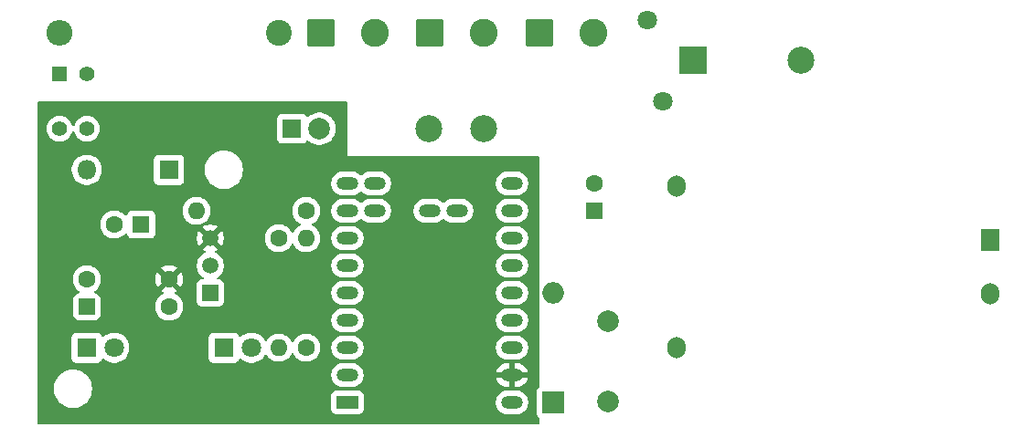
<source format=gbr>
%TF.GenerationSoftware,KiCad,Pcbnew,9.0.0*%
%TF.CreationDate,2025-03-10T22:05:16+01:00*%
%TF.ProjectId,BigBrother_Telerupteur,42696742-726f-4746-9865-725f54656c65,rev?*%
%TF.SameCoordinates,Original*%
%TF.FileFunction,Copper,L2,Bot*%
%TF.FilePolarity,Positive*%
%FSLAX46Y46*%
G04 Gerber Fmt 4.6, Leading zero omitted, Abs format (unit mm)*
G04 Created by KiCad (PCBNEW 9.0.0) date 2025-03-10 22:05:16*
%MOMM*%
%LPD*%
G01*
G04 APERTURE LIST*
G04 Aperture macros list*
%AMRoundRect*
0 Rectangle with rounded corners*
0 $1 Rounding radius*
0 $2 $3 $4 $5 $6 $7 $8 $9 X,Y pos of 4 corners*
0 Add a 4 corners polygon primitive as box body*
4,1,4,$2,$3,$4,$5,$6,$7,$8,$9,$2,$3,0*
0 Add four circle primitives for the rounded corners*
1,1,$1+$1,$2,$3*
1,1,$1+$1,$4,$5*
1,1,$1+$1,$6,$7*
1,1,$1+$1,$8,$9*
0 Add four rect primitives between the rounded corners*
20,1,$1+$1,$2,$3,$4,$5,0*
20,1,$1+$1,$4,$5,$6,$7,0*
20,1,$1+$1,$6,$7,$8,$9,0*
20,1,$1+$1,$8,$9,$2,$3,0*%
G04 Aperture macros list end*
%TA.AperFunction,ComponentPad*%
%ADD10R,1.700000X2.000000*%
%TD*%
%TA.AperFunction,ComponentPad*%
%ADD11O,1.700000X2.000000*%
%TD*%
%TA.AperFunction,ComponentPad*%
%ADD12R,2.500000X2.500000*%
%TD*%
%TA.AperFunction,ComponentPad*%
%ADD13C,2.500000*%
%TD*%
%TA.AperFunction,ComponentPad*%
%ADD14C,1.600000*%
%TD*%
%TA.AperFunction,ComponentPad*%
%ADD15O,1.600000X1.600000*%
%TD*%
%TA.AperFunction,ComponentPad*%
%ADD16RoundRect,0.250000X-1.050000X-1.050000X1.050000X-1.050000X1.050000X1.050000X-1.050000X1.050000X0*%
%TD*%
%TA.AperFunction,ComponentPad*%
%ADD17C,2.600000*%
%TD*%
%TA.AperFunction,ComponentPad*%
%ADD18R,1.800000X1.800000*%
%TD*%
%TA.AperFunction,ComponentPad*%
%ADD19O,1.800000X1.800000*%
%TD*%
%TA.AperFunction,ComponentPad*%
%ADD20R,1.400000X1.400000*%
%TD*%
%TA.AperFunction,ComponentPad*%
%ADD21C,1.400000*%
%TD*%
%TA.AperFunction,ComponentPad*%
%ADD22O,2.000000X1.200000*%
%TD*%
%TA.AperFunction,ComponentPad*%
%ADD23R,2.000000X1.200000*%
%TD*%
%TA.AperFunction,ComponentPad*%
%ADD24R,1.600000X1.600000*%
%TD*%
%TA.AperFunction,ComponentPad*%
%ADD25R,1.500000X1.500000*%
%TD*%
%TA.AperFunction,ComponentPad*%
%ADD26C,1.500000*%
%TD*%
%TA.AperFunction,ComponentPad*%
%ADD27C,1.800000*%
%TD*%
%TA.AperFunction,ComponentPad*%
%ADD28RoundRect,0.250000X-0.550000X-0.550000X0.550000X-0.550000X0.550000X0.550000X-0.550000X0.550000X0*%
%TD*%
%TA.AperFunction,ComponentPad*%
%ADD29R,2.000000X2.000000*%
%TD*%
%TA.AperFunction,ComponentPad*%
%ADD30O,2.000000X2.000000*%
%TD*%
%TA.AperFunction,ComponentPad*%
%ADD31R,1.778000X1.778000*%
%TD*%
%TA.AperFunction,ComponentPad*%
%ADD32C,2.000000*%
%TD*%
%TA.AperFunction,ComponentPad*%
%ADD33C,2.400000*%
%TD*%
%TA.AperFunction,ComponentPad*%
%ADD34O,2.400000X2.400000*%
%TD*%
G04 APERTURE END LIST*
D10*
%TO.P,PS1,1,AC/L*%
%TO.N,Net-(PS1-AC{slash}L)*%
X242440000Y-96680000D03*
D11*
%TO.P,PS1,2,AC/N*%
%TO.N,/N*%
X242440000Y-101680000D03*
%TO.P,PS1,3,-Vout*%
%TO.N,GND*%
X213360000Y-91680000D03*
%TO.P,PS1,4,+Vout*%
%TO.N,+5V*%
X213360000Y-106680000D03*
%TD*%
D12*
%TO.P,F1,1*%
%TO.N,/P*%
X214870000Y-80010000D03*
D13*
%TO.P,F1,2*%
%TO.N,Net-(PS1-AC{slash}L)*%
X224870000Y-80010000D03*
%TD*%
D14*
%TO.P,R2,1*%
%TO.N,Signal_Sortie*%
X179070000Y-93980000D03*
D15*
%TO.P,R2,2*%
%TO.N,Net-(Q1-B)*%
X168910000Y-93980000D03*
%TD*%
D16*
%TO.P,J3,1,Pin_1*%
%TO.N,/N_L*%
X190540000Y-77470000D03*
D17*
%TO.P,J3,2,Pin_2*%
%TO.N,/S_L*%
X195540000Y-77470000D03*
%TD*%
D18*
%TO.P,D2,1,K*%
%TO.N,Net-(D1-+)*%
X166370000Y-90170000D03*
D19*
%TO.P,D2,2,A*%
%TO.N,Net-(D1--)*%
X158750000Y-90170000D03*
%TD*%
D16*
%TO.P,J2,1,Pin_1*%
%TO.N,/N*%
X200660000Y-77470000D03*
D17*
%TO.P,J2,2,Pin_2*%
%TO.N,/P*%
X205660000Y-77470000D03*
%TD*%
D20*
%TO.P,D1,1*%
%TO.N,Net-(D1-Pad1)*%
X156230000Y-81280000D03*
D21*
%TO.P,D1,2*%
%TO.N,/N_A*%
X158770000Y-81280000D03*
%TO.P,D1,3,+*%
%TO.N,Net-(D1-+)*%
X158770000Y-86360000D03*
%TO.P,D1,4,-*%
%TO.N,Net-(D1--)*%
X156230000Y-86360000D03*
%TD*%
D16*
%TO.P,J1,1,Pin_1*%
%TO.N,/L_A*%
X180420000Y-77470000D03*
D17*
%TO.P,J1,2,Pin_2*%
%TO.N,/N_A*%
X185420000Y-77470000D03*
%TD*%
D22*
%TO.P,U1,0,GPIO0/FSPIQ*%
%TO.N,Signal_Entr\u00E9e*%
X182880000Y-106680000D03*
%TO.P,U1,1,GPIO1/FSPICS0/ADC1_CH0*%
%TO.N,unconnected-(U1-GPIO1{slash}FSPICS0{slash}ADC1_CH0-Pad1)*%
X182880000Y-104140000D03*
%TO.P,U1,2,GPIO2/FSPIWP/ADC1_CH1/MTMS*%
%TO.N,unconnected-(U1-GPIO2{slash}FSPIWP{slash}ADC1_CH1{slash}MTMS-Pad2)*%
X182880000Y-101600000D03*
%TO.P,U1,3,GPIO3/FSPIHD/ADC1_CH2/MTDO*%
%TO.N,unconnected-(U1-GPIO3{slash}FSPIHD{slash}ADC1_CH2{slash}MTDO-Pad3)*%
X182880000Y-99060000D03*
%TO.P,U1,3V3,3V3*%
%TO.N,unconnected-(U1-Pad3V3)*%
X198120000Y-106680000D03*
%TO.P,U1,4,GPIO4/FSPICLK/ADC1_CH3/MTCK*%
%TO.N,unconnected-(U1-GPIO4{slash}FSPICLK{slash}ADC1_CH3{slash}MTCK-Pad4)*%
X182880000Y-96520000D03*
%TO.P,U1,5,GPIO5/FSPID/ADC1_CH4/MTDI*%
%TO.N,Signal_Sortie*%
X182880000Y-93980000D03*
%TO.P,U1,5V,VBAT*%
%TO.N,+5V*%
X198120000Y-111760000D03*
%TO.P,U1,8,GPIO8*%
%TO.N,unconnected-(U1-GPIO8-Pad8)*%
X182880000Y-91440000D03*
%TO.P,U1,9,GPIO9*%
%TO.N,unconnected-(U1-GPIO9-Pad9)*%
X198120000Y-91440000D03*
%TO.P,U1,10,GPIO10/ZCD0*%
%TO.N,unconnected-(U1-GPIO10{slash}ZCD0-Pad10)*%
X198120000Y-93980000D03*
%TO.P,U1,11,GPIO11/ZCD1*%
%TO.N,unconnected-(U1-GPIO11{slash}ZCD1-Pad11)*%
X198120000Y-96520000D03*
%TO.P,U1,12,GPIO12*%
%TO.N,unconnected-(U1-GPIO12-Pad12)*%
X198120000Y-99060000D03*
%TO.P,U1,13,GPIO13/XTAL_32K_P*%
%TO.N,unconnected-(U1-GPIO13{slash}XTAL_32K_P-Pad13)*%
X198120000Y-101600000D03*
%TO.P,U1,14,GPIO14/XTAL_32K_N*%
%TO.N,unconnected-(U1-GPIO14{slash}XTAL_32K_N-Pad14)*%
X198120000Y-104140000D03*
%TO.P,U1,22,GPIO22*%
%TO.N,unconnected-(U1-GPIO22-Pad22)*%
X193040000Y-93980000D03*
%TO.P,U1,25,GPIO25/FSPICS3*%
%TO.N,unconnected-(U1-GPIO25{slash}FSPICS3-Pad25)*%
X190500000Y-93980000D03*
%TO.P,U1,26,GPIO26/FSPICS4/USB_D-*%
%TO.N,unconnected-(U1-GPIO26{slash}FSPICS4{slash}USB_D--Pad26)*%
X185420000Y-93980000D03*
%TO.P,U1,27,GPIO27/FSPICS5/USB_D+*%
%TO.N,unconnected-(U1-GPIO27{slash}FSPICS5{slash}USB_D+-Pad27)*%
X185420000Y-91440000D03*
%TO.P,U1,GND,GND*%
%TO.N,GND*%
X198120000Y-109220000D03*
%TO.P,U1,RX,GPIO23/FSPICS1/U0RXD*%
%TO.N,unconnected-(U1-GPIO23{slash}FSPICS1{slash}U0RXD-PadRX)*%
X182880000Y-109220000D03*
D23*
%TO.P,U1,TX,GPIO24/FSPICS2/U0TXD*%
%TO.N,unconnected-(U1-GPIO24{slash}FSPICS2{slash}U0TXD-PadTX)*%
X182880000Y-111760000D03*
%TD*%
D14*
%TO.P,R4,1*%
%TO.N,Signal_Entr\u00E9e*%
X179070000Y-106680000D03*
D15*
%TO.P,R4,2*%
%TO.N,+5V*%
X179070000Y-96520000D03*
%TD*%
D24*
%TO.P,C2,1*%
%TO.N,+5V*%
X205740000Y-93940000D03*
D14*
%TO.P,C2,2*%
%TO.N,GND*%
X205740000Y-91440000D03*
%TD*%
%TO.P,R3,1*%
%TO.N,+5V*%
X176530000Y-96520000D03*
D15*
%TO.P,R3,2*%
%TO.N,Net-(D3-A)*%
X176530000Y-106680000D03*
%TD*%
D25*
%TO.P,Q1,1,C*%
%TO.N,Net-(D3-K)*%
X170180000Y-101600000D03*
D26*
%TO.P,Q1,2,B*%
%TO.N,Net-(Q1-B)*%
X170180000Y-99060000D03*
%TO.P,Q1,3,E*%
%TO.N,GND*%
X170180000Y-96520000D03*
%TD*%
D24*
%TO.P,C1,1*%
%TO.N,Net-(D1-+)*%
X163790000Y-95250000D03*
D14*
%TO.P,C1,2*%
%TO.N,Net-(D1--)*%
X161290000Y-95250000D03*
%TD*%
D18*
%TO.P,D3,1,K*%
%TO.N,Net-(D3-K)*%
X171450000Y-106680000D03*
D27*
%TO.P,D3,2,A*%
%TO.N,Net-(D3-A)*%
X173990000Y-106680000D03*
%TD*%
D28*
%TO.P,U2,1*%
%TO.N,Net-(D4-K)*%
X158755000Y-102875000D03*
D14*
%TO.P,U2,2*%
%TO.N,Net-(D1--)*%
X158755000Y-100335000D03*
%TO.P,U2,3*%
%TO.N,GND*%
X166375000Y-100335000D03*
%TO.P,U2,4*%
%TO.N,Signal_Entr\u00E9e*%
X166375000Y-102875000D03*
%TD*%
D29*
%TO.P,D5,1,K*%
%TO.N,+5V*%
X201930000Y-111760000D03*
D30*
%TO.P,D5,2,A*%
%TO.N,GND*%
X201930000Y-101600000D03*
%TD*%
D18*
%TO.P,D4,1,K*%
%TO.N,Net-(D4-K)*%
X158750000Y-106680000D03*
D27*
%TO.P,D4,2,A*%
%TO.N,Net-(D1-+)*%
X161290000Y-106680000D03*
%TD*%
D31*
%TO.P,K1,1*%
%TO.N,Net-(D3-K)*%
X177746300Y-86360000D03*
D32*
%TO.P,K1,2*%
%TO.N,+5V*%
X180286300Y-86360000D03*
D13*
%TO.P,K1,3*%
%TO.N,/N_L*%
X190446300Y-86360000D03*
%TO.P,K1,4*%
%TO.N,/S_L*%
X195526300Y-86360000D03*
%TD*%
D27*
%TO.P,RV1,1*%
%TO.N,/N*%
X212090000Y-83820000D03*
%TO.P,RV1,2*%
%TO.N,Net-(PS1-AC{slash}L)*%
X210690000Y-76320000D03*
%TD*%
D32*
%TO.P,C3,1*%
%TO.N,+5V*%
X207010000Y-111695000D03*
%TO.P,C3,2*%
%TO.N,GND*%
X207010000Y-104195000D03*
%TD*%
D33*
%TO.P,R1,1*%
%TO.N,/L_A*%
X176530000Y-77470000D03*
D34*
%TO.P,R1,2*%
%TO.N,Net-(D1-Pad1)*%
X156210000Y-77470000D03*
%TD*%
%TA.AperFunction,Conductor*%
%TO.N,GND*%
G36*
X182823039Y-83839685D02*
G01*
X182868794Y-83892489D01*
X182880000Y-83944000D01*
X182880000Y-88900000D01*
X200536000Y-88900000D01*
X200603039Y-88919685D01*
X200648794Y-88972489D01*
X200660000Y-89024000D01*
X200660000Y-110274847D01*
X200640315Y-110341886D01*
X200610312Y-110374113D01*
X200572452Y-110402455D01*
X200486206Y-110517664D01*
X200486202Y-110517671D01*
X200435908Y-110652517D01*
X200429501Y-110712116D01*
X200429500Y-110712135D01*
X200429500Y-112807870D01*
X200429501Y-112807876D01*
X200435908Y-112867483D01*
X200486202Y-113002328D01*
X200486203Y-113002329D01*
X200486204Y-113002331D01*
X200572452Y-113117543D01*
X200572451Y-113117543D01*
X200572452Y-113117544D01*
X200572454Y-113117546D01*
X200610313Y-113145887D01*
X200652181Y-113201816D01*
X200660000Y-113245151D01*
X200660000Y-113675500D01*
X200640315Y-113742539D01*
X200587511Y-113788294D01*
X200536000Y-113799500D01*
X154294500Y-113799500D01*
X154227461Y-113779815D01*
X154181706Y-113727011D01*
X154170500Y-113675500D01*
X154170500Y-110373947D01*
X155709500Y-110373947D01*
X155709500Y-110606052D01*
X155739794Y-110836148D01*
X155799862Y-111060328D01*
X155888677Y-111274745D01*
X155888685Y-111274762D01*
X156004720Y-111475743D01*
X156004721Y-111475745D01*
X156146009Y-111659875D01*
X156146015Y-111659882D01*
X156310117Y-111823984D01*
X156310124Y-111823990D01*
X156494254Y-111965278D01*
X156494256Y-111965279D01*
X156695237Y-112081314D01*
X156695240Y-112081315D01*
X156695248Y-112081320D01*
X156909670Y-112170137D01*
X157133851Y-112230206D01*
X157363955Y-112260500D01*
X157363962Y-112260500D01*
X157596038Y-112260500D01*
X157596045Y-112260500D01*
X157826149Y-112230206D01*
X158050330Y-112170137D01*
X158264752Y-112081320D01*
X158465748Y-111965276D01*
X158649877Y-111823989D01*
X158813989Y-111659877D01*
X158955276Y-111475748D01*
X159071320Y-111274752D01*
X159138679Y-111112135D01*
X181379500Y-111112135D01*
X181379500Y-112407870D01*
X181379501Y-112407876D01*
X181385908Y-112467483D01*
X181436202Y-112602328D01*
X181436206Y-112602335D01*
X181522452Y-112717544D01*
X181522455Y-112717547D01*
X181637664Y-112803793D01*
X181637671Y-112803797D01*
X181772517Y-112854091D01*
X181772516Y-112854091D01*
X181779444Y-112854835D01*
X181832127Y-112860500D01*
X183927872Y-112860499D01*
X183987483Y-112854091D01*
X184122331Y-112803796D01*
X184237546Y-112717546D01*
X184323796Y-112602331D01*
X184374091Y-112467483D01*
X184380500Y-112407873D01*
X184380499Y-111673389D01*
X196619500Y-111673389D01*
X196619500Y-111846610D01*
X196638294Y-111965276D01*
X196646598Y-112017701D01*
X196700127Y-112182445D01*
X196778768Y-112336788D01*
X196880586Y-112476928D01*
X197003072Y-112599414D01*
X197143212Y-112701232D01*
X197297555Y-112779873D01*
X197462299Y-112833402D01*
X197633389Y-112860500D01*
X197633390Y-112860500D01*
X198606610Y-112860500D01*
X198606611Y-112860500D01*
X198777701Y-112833402D01*
X198942445Y-112779873D01*
X199096788Y-112701232D01*
X199236928Y-112599414D01*
X199359414Y-112476928D01*
X199461232Y-112336788D01*
X199539873Y-112182445D01*
X199593402Y-112017701D01*
X199620500Y-111846611D01*
X199620500Y-111673389D01*
X199593402Y-111502299D01*
X199539873Y-111337555D01*
X199461232Y-111183212D01*
X199359414Y-111043072D01*
X199236928Y-110920586D01*
X199096788Y-110818768D01*
X198942445Y-110740127D01*
X198777701Y-110686598D01*
X198777699Y-110686597D01*
X198777698Y-110686597D01*
X198646271Y-110665781D01*
X198606611Y-110659500D01*
X197633389Y-110659500D01*
X197593728Y-110665781D01*
X197462302Y-110686597D01*
X197297552Y-110740128D01*
X197143211Y-110818768D01*
X197063256Y-110876859D01*
X197003072Y-110920586D01*
X197003070Y-110920588D01*
X197003069Y-110920588D01*
X196880588Y-111043069D01*
X196880588Y-111043070D01*
X196880586Y-111043072D01*
X196836859Y-111103256D01*
X196778768Y-111183211D01*
X196700128Y-111337552D01*
X196646597Y-111502302D01*
X196619500Y-111673389D01*
X184380499Y-111673389D01*
X184380499Y-111112128D01*
X184374091Y-111052517D01*
X184370568Y-111043072D01*
X184323797Y-110917671D01*
X184323793Y-110917664D01*
X184237547Y-110802455D01*
X184237544Y-110802452D01*
X184122335Y-110716206D01*
X184122328Y-110716202D01*
X183987482Y-110665908D01*
X183987483Y-110665908D01*
X183927883Y-110659501D01*
X183927881Y-110659500D01*
X183927873Y-110659500D01*
X183927864Y-110659500D01*
X181832129Y-110659500D01*
X181832123Y-110659501D01*
X181772516Y-110665908D01*
X181637671Y-110716202D01*
X181637664Y-110716206D01*
X181522455Y-110802452D01*
X181522452Y-110802455D01*
X181436206Y-110917664D01*
X181436202Y-110917671D01*
X181385908Y-111052517D01*
X181379501Y-111112116D01*
X181379501Y-111112123D01*
X181379500Y-111112135D01*
X159138679Y-111112135D01*
X159160137Y-111060330D01*
X159220206Y-110836149D01*
X159250500Y-110606045D01*
X159250500Y-110373955D01*
X159220206Y-110143851D01*
X159160137Y-109919670D01*
X159071320Y-109705248D01*
X159071314Y-109705237D01*
X158955279Y-109504256D01*
X158955278Y-109504254D01*
X158813990Y-109320124D01*
X158813984Y-109320117D01*
X158649882Y-109156015D01*
X158649875Y-109156009D01*
X158620396Y-109133389D01*
X181379500Y-109133389D01*
X181379500Y-109306611D01*
X181406598Y-109477701D01*
X181460065Y-109642255D01*
X181460128Y-109642447D01*
X181501785Y-109724205D01*
X181538768Y-109796788D01*
X181640586Y-109936928D01*
X181763072Y-110059414D01*
X181903212Y-110161232D01*
X182057555Y-110239873D01*
X182222299Y-110293402D01*
X182393389Y-110320500D01*
X182393390Y-110320500D01*
X183366610Y-110320500D01*
X183366611Y-110320500D01*
X183537701Y-110293402D01*
X183702445Y-110239873D01*
X183856788Y-110161232D01*
X183996928Y-110059414D01*
X184119414Y-109936928D01*
X184221232Y-109796788D01*
X184299873Y-109642445D01*
X184353402Y-109477701D01*
X184380500Y-109306611D01*
X184380500Y-109133389D01*
X184380500Y-109133388D01*
X184363565Y-109026462D01*
X184363565Y-109026460D01*
X184356929Y-108984573D01*
X184354621Y-108969999D01*
X196645884Y-108969999D01*
X196645885Y-108970000D01*
X197804314Y-108970000D01*
X197799920Y-108974394D01*
X197747259Y-109065606D01*
X197720000Y-109167339D01*
X197720000Y-109272661D01*
X197747259Y-109374394D01*
X197799920Y-109465606D01*
X197804314Y-109470000D01*
X196645885Y-109470000D01*
X196647085Y-109477584D01*
X196700591Y-109642255D01*
X196779195Y-109796524D01*
X196880967Y-109936602D01*
X197003397Y-110059032D01*
X197143475Y-110160804D01*
X197297742Y-110239408D01*
X197462415Y-110292914D01*
X197633429Y-110320000D01*
X197870000Y-110320000D01*
X197870000Y-109535686D01*
X197874394Y-109540080D01*
X197965606Y-109592741D01*
X198067339Y-109620000D01*
X198172661Y-109620000D01*
X198274394Y-109592741D01*
X198365606Y-109540080D01*
X198370000Y-109535686D01*
X198370000Y-110320000D01*
X198606571Y-110320000D01*
X198777584Y-110292914D01*
X198942257Y-110239408D01*
X199096524Y-110160804D01*
X199236602Y-110059032D01*
X199359032Y-109936602D01*
X199460804Y-109796524D01*
X199539408Y-109642255D01*
X199592914Y-109477584D01*
X199594115Y-109470000D01*
X198435686Y-109470000D01*
X198440080Y-109465606D01*
X198492741Y-109374394D01*
X198520000Y-109272661D01*
X198520000Y-109167339D01*
X198492741Y-109065606D01*
X198440080Y-108974394D01*
X198435686Y-108970000D01*
X199594115Y-108970000D01*
X199594115Y-108969999D01*
X199592914Y-108962415D01*
X199539408Y-108797744D01*
X199460804Y-108643475D01*
X199359032Y-108503397D01*
X199236602Y-108380967D01*
X199096524Y-108279195D01*
X198942257Y-108200591D01*
X198777584Y-108147085D01*
X198606571Y-108120000D01*
X198370000Y-108120000D01*
X198370000Y-108904314D01*
X198365606Y-108899920D01*
X198274394Y-108847259D01*
X198172661Y-108820000D01*
X198067339Y-108820000D01*
X197965606Y-108847259D01*
X197874394Y-108899920D01*
X197870000Y-108904314D01*
X197870000Y-108120000D01*
X197633429Y-108120000D01*
X197462415Y-108147085D01*
X197297742Y-108200591D01*
X197143475Y-108279195D01*
X197003397Y-108380967D01*
X196880967Y-108503397D01*
X196779195Y-108643475D01*
X196700591Y-108797744D01*
X196647085Y-108962415D01*
X196645884Y-108969999D01*
X184354621Y-108969999D01*
X184353402Y-108962299D01*
X184299873Y-108797555D01*
X184221232Y-108643212D01*
X184119414Y-108503072D01*
X183996928Y-108380586D01*
X183856788Y-108278768D01*
X183702445Y-108200127D01*
X183537701Y-108146598D01*
X183537699Y-108146597D01*
X183537698Y-108146597D01*
X183406271Y-108125781D01*
X183366611Y-108119500D01*
X182393389Y-108119500D01*
X182353728Y-108125781D01*
X182222302Y-108146597D01*
X182057552Y-108200128D01*
X181903211Y-108278768D01*
X181823256Y-108336859D01*
X181763072Y-108380586D01*
X181763070Y-108380588D01*
X181763069Y-108380588D01*
X181640588Y-108503069D01*
X181640588Y-108503070D01*
X181640586Y-108503072D01*
X181640350Y-108503397D01*
X181538768Y-108643211D01*
X181460128Y-108797552D01*
X181406597Y-108962302D01*
X181390236Y-109065606D01*
X181379500Y-109133389D01*
X158620396Y-109133389D01*
X158465745Y-109014721D01*
X158465743Y-109014720D01*
X158264762Y-108898685D01*
X158264754Y-108898681D01*
X158264752Y-108898680D01*
X158264745Y-108898677D01*
X158050328Y-108809862D01*
X157908203Y-108771780D01*
X157826149Y-108749794D01*
X157797386Y-108746007D01*
X157596052Y-108719500D01*
X157596045Y-108719500D01*
X157363955Y-108719500D01*
X157363947Y-108719500D01*
X157133851Y-108749794D01*
X156909671Y-108809862D01*
X156695254Y-108898677D01*
X156695237Y-108898685D01*
X156494256Y-109014720D01*
X156494254Y-109014721D01*
X156310124Y-109156009D01*
X156310117Y-109156015D01*
X156146015Y-109320117D01*
X156146009Y-109320124D01*
X156004721Y-109504254D01*
X156004720Y-109504256D01*
X155888685Y-109705237D01*
X155888677Y-109705254D01*
X155799862Y-109919671D01*
X155739794Y-110143851D01*
X155709500Y-110373947D01*
X154170500Y-110373947D01*
X154170500Y-105732135D01*
X157349500Y-105732135D01*
X157349500Y-107627870D01*
X157349501Y-107627876D01*
X157355908Y-107687483D01*
X157406202Y-107822328D01*
X157406206Y-107822335D01*
X157492452Y-107937544D01*
X157492455Y-107937547D01*
X157607664Y-108023793D01*
X157607671Y-108023797D01*
X157742517Y-108074091D01*
X157742516Y-108074091D01*
X157749444Y-108074835D01*
X157802127Y-108080500D01*
X159697872Y-108080499D01*
X159757483Y-108074091D01*
X159892331Y-108023796D01*
X160007546Y-107937546D01*
X160093796Y-107822331D01*
X160121429Y-107748243D01*
X160123601Y-107742420D01*
X160165471Y-107686486D01*
X160230936Y-107662068D01*
X160299209Y-107676919D01*
X160327464Y-107698071D01*
X160377636Y-107748243D01*
X160377641Y-107748247D01*
X160438258Y-107792287D01*
X160555978Y-107877815D01*
X160684375Y-107943237D01*
X160752393Y-107977895D01*
X160752396Y-107977896D01*
X160857221Y-108011955D01*
X160962049Y-108046015D01*
X161179778Y-108080500D01*
X161179779Y-108080500D01*
X161400221Y-108080500D01*
X161400222Y-108080500D01*
X161617951Y-108046015D01*
X161827606Y-107977895D01*
X162024022Y-107877815D01*
X162202365Y-107748242D01*
X162358242Y-107592365D01*
X162487815Y-107414022D01*
X162587895Y-107217606D01*
X162656015Y-107007951D01*
X162690500Y-106790222D01*
X162690500Y-106569778D01*
X162656015Y-106352049D01*
X162587895Y-106142394D01*
X162587895Y-106142393D01*
X162553237Y-106074375D01*
X162487815Y-105945978D01*
X162429501Y-105865715D01*
X162382986Y-105801691D01*
X162358247Y-105767641D01*
X162358243Y-105767636D01*
X162322742Y-105732135D01*
X170049500Y-105732135D01*
X170049500Y-107627870D01*
X170049501Y-107627876D01*
X170055908Y-107687483D01*
X170106202Y-107822328D01*
X170106206Y-107822335D01*
X170192452Y-107937544D01*
X170192455Y-107937547D01*
X170307664Y-108023793D01*
X170307671Y-108023797D01*
X170442517Y-108074091D01*
X170442516Y-108074091D01*
X170449444Y-108074835D01*
X170502127Y-108080500D01*
X172397872Y-108080499D01*
X172457483Y-108074091D01*
X172592331Y-108023796D01*
X172707546Y-107937546D01*
X172793796Y-107822331D01*
X172821429Y-107748243D01*
X172823601Y-107742420D01*
X172865471Y-107686486D01*
X172930936Y-107662068D01*
X172999209Y-107676919D01*
X173027464Y-107698071D01*
X173077636Y-107748243D01*
X173077641Y-107748247D01*
X173138258Y-107792287D01*
X173255978Y-107877815D01*
X173384375Y-107943237D01*
X173452393Y-107977895D01*
X173452396Y-107977896D01*
X173557221Y-108011955D01*
X173662049Y-108046015D01*
X173879778Y-108080500D01*
X173879779Y-108080500D01*
X174100221Y-108080500D01*
X174100222Y-108080500D01*
X174317951Y-108046015D01*
X174527606Y-107977895D01*
X174724022Y-107877815D01*
X174902365Y-107748242D01*
X175058242Y-107592365D01*
X175187815Y-107414022D01*
X175206414Y-107377518D01*
X175254387Y-107326723D01*
X175322208Y-107309927D01*
X175388343Y-107332464D01*
X175417218Y-107360928D01*
X175417711Y-107361607D01*
X175417713Y-107361610D01*
X175514107Y-107494286D01*
X175538034Y-107527219D01*
X175682786Y-107671971D01*
X175832166Y-107780500D01*
X175848390Y-107792287D01*
X175964607Y-107851503D01*
X176030776Y-107885218D01*
X176030778Y-107885218D01*
X176030781Y-107885220D01*
X176135137Y-107919127D01*
X176225465Y-107948477D01*
X176326557Y-107964488D01*
X176427648Y-107980500D01*
X176427649Y-107980500D01*
X176632351Y-107980500D01*
X176632352Y-107980500D01*
X176834534Y-107948477D01*
X177029219Y-107885220D01*
X177211610Y-107792287D01*
X177338811Y-107699871D01*
X177377213Y-107671971D01*
X177377215Y-107671968D01*
X177377219Y-107671966D01*
X177521966Y-107527219D01*
X177521968Y-107527215D01*
X177521971Y-107527213D01*
X177642284Y-107361614D01*
X177642285Y-107361613D01*
X177642287Y-107361610D01*
X177689516Y-107268917D01*
X177737489Y-107218123D01*
X177805310Y-107201328D01*
X177871445Y-107223865D01*
X177910485Y-107268919D01*
X177957715Y-107361614D01*
X178078028Y-107527213D01*
X178222786Y-107671971D01*
X178372166Y-107780500D01*
X178388390Y-107792287D01*
X178504607Y-107851503D01*
X178570776Y-107885218D01*
X178570778Y-107885218D01*
X178570781Y-107885220D01*
X178675137Y-107919127D01*
X178765465Y-107948477D01*
X178866557Y-107964488D01*
X178967648Y-107980500D01*
X178967649Y-107980500D01*
X179172351Y-107980500D01*
X179172352Y-107980500D01*
X179374534Y-107948477D01*
X179569219Y-107885220D01*
X179751610Y-107792287D01*
X179878811Y-107699871D01*
X179917213Y-107671971D01*
X179917215Y-107671968D01*
X179917219Y-107671966D01*
X180061966Y-107527219D01*
X180061968Y-107527215D01*
X180061971Y-107527213D01*
X180114732Y-107454590D01*
X180182287Y-107361610D01*
X180275220Y-107179219D01*
X180338477Y-106984534D01*
X180370500Y-106782352D01*
X180370500Y-106593389D01*
X181379500Y-106593389D01*
X181379500Y-106766611D01*
X181406598Y-106937701D01*
X181460127Y-107102445D01*
X181538768Y-107256788D01*
X181640586Y-107396928D01*
X181763072Y-107519414D01*
X181903212Y-107621232D01*
X182057555Y-107699873D01*
X182222299Y-107753402D01*
X182393389Y-107780500D01*
X182393390Y-107780500D01*
X183366610Y-107780500D01*
X183366611Y-107780500D01*
X183537701Y-107753402D01*
X183702445Y-107699873D01*
X183856788Y-107621232D01*
X183996928Y-107519414D01*
X184119414Y-107396928D01*
X184221232Y-107256788D01*
X184299873Y-107102445D01*
X184353402Y-106937701D01*
X184380500Y-106766611D01*
X184380500Y-106593389D01*
X196619500Y-106593389D01*
X196619500Y-106766611D01*
X196646598Y-106937701D01*
X196700127Y-107102445D01*
X196778768Y-107256788D01*
X196880586Y-107396928D01*
X197003072Y-107519414D01*
X197143212Y-107621232D01*
X197297555Y-107699873D01*
X197462299Y-107753402D01*
X197633389Y-107780500D01*
X197633390Y-107780500D01*
X198606610Y-107780500D01*
X198606611Y-107780500D01*
X198777701Y-107753402D01*
X198942445Y-107699873D01*
X199096788Y-107621232D01*
X199236928Y-107519414D01*
X199359414Y-107396928D01*
X199461232Y-107256788D01*
X199539873Y-107102445D01*
X199593402Y-106937701D01*
X199620500Y-106766611D01*
X199620500Y-106593389D01*
X199593402Y-106422299D01*
X199539873Y-106257555D01*
X199461232Y-106103212D01*
X199359414Y-105963072D01*
X199236928Y-105840586D01*
X199096788Y-105738768D01*
X198942445Y-105660127D01*
X198777701Y-105606598D01*
X198777699Y-105606597D01*
X198777698Y-105606597D01*
X198646271Y-105585781D01*
X198606611Y-105579500D01*
X197633389Y-105579500D01*
X197593728Y-105585781D01*
X197462302Y-105606597D01*
X197297552Y-105660128D01*
X197143211Y-105738768D01*
X197063256Y-105796859D01*
X197003072Y-105840586D01*
X197003070Y-105840588D01*
X197003069Y-105840588D01*
X196880588Y-105963069D01*
X196880588Y-105963070D01*
X196880586Y-105963072D01*
X196854929Y-105998386D01*
X196778768Y-106103211D01*
X196700128Y-106257552D01*
X196646597Y-106422302D01*
X196623240Y-106569778D01*
X196619500Y-106593389D01*
X184380500Y-106593389D01*
X184353402Y-106422299D01*
X184299873Y-106257555D01*
X184221232Y-106103212D01*
X184119414Y-105963072D01*
X183996928Y-105840586D01*
X183856788Y-105738768D01*
X183702445Y-105660127D01*
X183537701Y-105606598D01*
X183537699Y-105606597D01*
X183537698Y-105606597D01*
X183406271Y-105585781D01*
X183366611Y-105579500D01*
X182393389Y-105579500D01*
X182353728Y-105585781D01*
X182222302Y-105606597D01*
X182057552Y-105660128D01*
X181903211Y-105738768D01*
X181823256Y-105796859D01*
X181763072Y-105840586D01*
X181763070Y-105840588D01*
X181763069Y-105840588D01*
X181640588Y-105963069D01*
X181640588Y-105963070D01*
X181640586Y-105963072D01*
X181614929Y-105998386D01*
X181538768Y-106103211D01*
X181460128Y-106257552D01*
X181406597Y-106422302D01*
X181383240Y-106569778D01*
X181379500Y-106593389D01*
X180370500Y-106593389D01*
X180370500Y-106577648D01*
X180338477Y-106375465D01*
X180275218Y-106180776D01*
X180241503Y-106114607D01*
X180182287Y-105998390D01*
X180144204Y-105945973D01*
X180061971Y-105832786D01*
X179917213Y-105688028D01*
X179751613Y-105567715D01*
X179751612Y-105567714D01*
X179751610Y-105567713D01*
X179692636Y-105537664D01*
X179569223Y-105474781D01*
X179374534Y-105411522D01*
X179188799Y-105382105D01*
X179172352Y-105379500D01*
X178967648Y-105379500D01*
X178951201Y-105382105D01*
X178765465Y-105411522D01*
X178570776Y-105474781D01*
X178388386Y-105567715D01*
X178222786Y-105688028D01*
X178078028Y-105832786D01*
X177957715Y-105998386D01*
X177910485Y-106091080D01*
X177862510Y-106141876D01*
X177794689Y-106158671D01*
X177728554Y-106136134D01*
X177689515Y-106091080D01*
X177688883Y-106089840D01*
X177642287Y-105998390D01*
X177604204Y-105945973D01*
X177521971Y-105832786D01*
X177377213Y-105688028D01*
X177211613Y-105567715D01*
X177211612Y-105567714D01*
X177211610Y-105567713D01*
X177152636Y-105537664D01*
X177029223Y-105474781D01*
X176834534Y-105411522D01*
X176648799Y-105382105D01*
X176632352Y-105379500D01*
X176427648Y-105379500D01*
X176411201Y-105382105D01*
X176225465Y-105411522D01*
X176030776Y-105474781D01*
X175848386Y-105567715D01*
X175682786Y-105688028D01*
X175538032Y-105832782D01*
X175538028Y-105832787D01*
X175417217Y-105999071D01*
X175361888Y-106041737D01*
X175292274Y-106047716D01*
X175230479Y-106015111D01*
X175206414Y-105982481D01*
X175187815Y-105945978D01*
X175187813Y-105945975D01*
X175187812Y-105945973D01*
X175058247Y-105767641D01*
X175058243Y-105767636D01*
X174902363Y-105611756D01*
X174902358Y-105611752D01*
X174724025Y-105482187D01*
X174724024Y-105482186D01*
X174724022Y-105482185D01*
X174606791Y-105422452D01*
X174527606Y-105382104D01*
X174527603Y-105382103D01*
X174317952Y-105313985D01*
X174209086Y-105296742D01*
X174100222Y-105279500D01*
X173879778Y-105279500D01*
X173807201Y-105290995D01*
X173662047Y-105313985D01*
X173452396Y-105382103D01*
X173452393Y-105382104D01*
X173255974Y-105482187D01*
X173077641Y-105611752D01*
X173077636Y-105611756D01*
X173027463Y-105661929D01*
X172966140Y-105695413D01*
X172896448Y-105690428D01*
X172840515Y-105648557D01*
X172823601Y-105617580D01*
X172793797Y-105537671D01*
X172793793Y-105537664D01*
X172707547Y-105422455D01*
X172707544Y-105422452D01*
X172592335Y-105336206D01*
X172592328Y-105336202D01*
X172457482Y-105285908D01*
X172457483Y-105285908D01*
X172397883Y-105279501D01*
X172397881Y-105279500D01*
X172397873Y-105279500D01*
X172397864Y-105279500D01*
X170502129Y-105279500D01*
X170502123Y-105279501D01*
X170442516Y-105285908D01*
X170307671Y-105336202D01*
X170307664Y-105336206D01*
X170192455Y-105422452D01*
X170192452Y-105422455D01*
X170106206Y-105537664D01*
X170106202Y-105537671D01*
X170055908Y-105672517D01*
X170049501Y-105732116D01*
X170049500Y-105732135D01*
X162322742Y-105732135D01*
X162202363Y-105611756D01*
X162202358Y-105611752D01*
X162024025Y-105482187D01*
X162024024Y-105482186D01*
X162024022Y-105482185D01*
X161906791Y-105422452D01*
X161827606Y-105382104D01*
X161827603Y-105382103D01*
X161617952Y-105313985D01*
X161509086Y-105296742D01*
X161400222Y-105279500D01*
X161179778Y-105279500D01*
X161107201Y-105290995D01*
X160962047Y-105313985D01*
X160752396Y-105382103D01*
X160752393Y-105382104D01*
X160555974Y-105482187D01*
X160377641Y-105611752D01*
X160377636Y-105611756D01*
X160327463Y-105661929D01*
X160266140Y-105695413D01*
X160196448Y-105690428D01*
X160140515Y-105648557D01*
X160123601Y-105617580D01*
X160093797Y-105537671D01*
X160093793Y-105537664D01*
X160007547Y-105422455D01*
X160007544Y-105422452D01*
X159892335Y-105336206D01*
X159892328Y-105336202D01*
X159757482Y-105285908D01*
X159757483Y-105285908D01*
X159697883Y-105279501D01*
X159697881Y-105279500D01*
X159697873Y-105279500D01*
X159697864Y-105279500D01*
X157802129Y-105279500D01*
X157802123Y-105279501D01*
X157742516Y-105285908D01*
X157607671Y-105336202D01*
X157607664Y-105336206D01*
X157492455Y-105422452D01*
X157492452Y-105422455D01*
X157406206Y-105537664D01*
X157406202Y-105537671D01*
X157355908Y-105672517D01*
X157349501Y-105732116D01*
X157349500Y-105732135D01*
X154170500Y-105732135D01*
X154170500Y-100232648D01*
X157454500Y-100232648D01*
X157454500Y-100437351D01*
X157486522Y-100639534D01*
X157549781Y-100834223D01*
X157613691Y-100959653D01*
X157642585Y-101016359D01*
X157642715Y-101016613D01*
X157763028Y-101182213D01*
X157763034Y-101182219D01*
X157907781Y-101326966D01*
X158001452Y-101395021D01*
X158044117Y-101450350D01*
X158050096Y-101519963D01*
X158017491Y-101581759D01*
X157967571Y-101613045D01*
X157885666Y-101640186D01*
X157885663Y-101640187D01*
X157736342Y-101732289D01*
X157612289Y-101856342D01*
X157520187Y-102005663D01*
X157520186Y-102005666D01*
X157465001Y-102172203D01*
X157465001Y-102172204D01*
X157465000Y-102172204D01*
X157454500Y-102274983D01*
X157454500Y-103475001D01*
X157454501Y-103475018D01*
X157465000Y-103577796D01*
X157465001Y-103577799D01*
X157511311Y-103717552D01*
X157520186Y-103744334D01*
X157612288Y-103893656D01*
X157736344Y-104017712D01*
X157885666Y-104109814D01*
X158052203Y-104164999D01*
X158154991Y-104175500D01*
X159355008Y-104175499D01*
X159457797Y-104164999D01*
X159624334Y-104109814D01*
X159773656Y-104017712D01*
X159897712Y-103893656D01*
X159989814Y-103744334D01*
X160044999Y-103577797D01*
X160055500Y-103475009D01*
X160055499Y-102772648D01*
X165074500Y-102772648D01*
X165074500Y-102977351D01*
X165106522Y-103179534D01*
X165169781Y-103374223D01*
X165262715Y-103556613D01*
X165383028Y-103722213D01*
X165527786Y-103866971D01*
X165639588Y-103948198D01*
X165693390Y-103987287D01*
X165809607Y-104046503D01*
X165875776Y-104080218D01*
X165875778Y-104080218D01*
X165875781Y-104080220D01*
X165966856Y-104109812D01*
X166070465Y-104143477D01*
X166171557Y-104159488D01*
X166272648Y-104175500D01*
X166272649Y-104175500D01*
X166477351Y-104175500D01*
X166477352Y-104175500D01*
X166679534Y-104143477D01*
X166874219Y-104080220D01*
X166926878Y-104053389D01*
X181379500Y-104053389D01*
X181379500Y-104226611D01*
X181406598Y-104397701D01*
X181460127Y-104562445D01*
X181538768Y-104716788D01*
X181640586Y-104856928D01*
X181763072Y-104979414D01*
X181903212Y-105081232D01*
X182057555Y-105159873D01*
X182222299Y-105213402D01*
X182393389Y-105240500D01*
X182393390Y-105240500D01*
X183366610Y-105240500D01*
X183366611Y-105240500D01*
X183537701Y-105213402D01*
X183702445Y-105159873D01*
X183856788Y-105081232D01*
X183996928Y-104979414D01*
X184119414Y-104856928D01*
X184221232Y-104716788D01*
X184299873Y-104562445D01*
X184353402Y-104397701D01*
X184380500Y-104226611D01*
X184380500Y-104053389D01*
X196619500Y-104053389D01*
X196619500Y-104226611D01*
X196646598Y-104397701D01*
X196700127Y-104562445D01*
X196778768Y-104716788D01*
X196880586Y-104856928D01*
X197003072Y-104979414D01*
X197143212Y-105081232D01*
X197297555Y-105159873D01*
X197462299Y-105213402D01*
X197633389Y-105240500D01*
X197633390Y-105240500D01*
X198606610Y-105240500D01*
X198606611Y-105240500D01*
X198777701Y-105213402D01*
X198942445Y-105159873D01*
X199096788Y-105081232D01*
X199236928Y-104979414D01*
X199359414Y-104856928D01*
X199461232Y-104716788D01*
X199539873Y-104562445D01*
X199593402Y-104397701D01*
X199620500Y-104226611D01*
X199620500Y-104053389D01*
X199593402Y-103882299D01*
X199539873Y-103717555D01*
X199461232Y-103563212D01*
X199359414Y-103423072D01*
X199236928Y-103300586D01*
X199096788Y-103198768D01*
X198942445Y-103120127D01*
X198777701Y-103066598D01*
X198777699Y-103066597D01*
X198777698Y-103066597D01*
X198646271Y-103045781D01*
X198606611Y-103039500D01*
X197633389Y-103039500D01*
X197593728Y-103045781D01*
X197462302Y-103066597D01*
X197297552Y-103120128D01*
X197143211Y-103198768D01*
X197063256Y-103256859D01*
X197003072Y-103300586D01*
X197003070Y-103300588D01*
X197003069Y-103300588D01*
X196880588Y-103423069D01*
X196880588Y-103423070D01*
X196880586Y-103423072D01*
X196842846Y-103475016D01*
X196778768Y-103563211D01*
X196700128Y-103717552D01*
X196646597Y-103882302D01*
X196625151Y-104017710D01*
X196619500Y-104053389D01*
X184380500Y-104053389D01*
X184353402Y-103882299D01*
X184299873Y-103717555D01*
X184221232Y-103563212D01*
X184119414Y-103423072D01*
X183996928Y-103300586D01*
X183856788Y-103198768D01*
X183702445Y-103120127D01*
X183537701Y-103066598D01*
X183537699Y-103066597D01*
X183537698Y-103066597D01*
X183406271Y-103045781D01*
X183366611Y-103039500D01*
X182393389Y-103039500D01*
X182353728Y-103045781D01*
X182222302Y-103066597D01*
X182057552Y-103120128D01*
X181903211Y-103198768D01*
X181823256Y-103256859D01*
X181763072Y-103300586D01*
X181763070Y-103300588D01*
X181763069Y-103300588D01*
X181640588Y-103423069D01*
X181640588Y-103423070D01*
X181640586Y-103423072D01*
X181602846Y-103475016D01*
X181538768Y-103563211D01*
X181460128Y-103717552D01*
X181406597Y-103882302D01*
X181385151Y-104017710D01*
X181379500Y-104053389D01*
X166926878Y-104053389D01*
X167056610Y-103987287D01*
X167110412Y-103948198D01*
X167110414Y-103948197D01*
X167222212Y-103866971D01*
X167222210Y-103866971D01*
X167222219Y-103866966D01*
X167366966Y-103722219D01*
X167366968Y-103722215D01*
X167366971Y-103722213D01*
X167471892Y-103577799D01*
X167487287Y-103556610D01*
X167580220Y-103374219D01*
X167643477Y-103179534D01*
X167675500Y-102977352D01*
X167675500Y-102772648D01*
X167659781Y-102673402D01*
X167643477Y-102570465D01*
X167606766Y-102457482D01*
X167580220Y-102375781D01*
X167580218Y-102375778D01*
X167580218Y-102375776D01*
X167528865Y-102274991D01*
X167487287Y-102193390D01*
X167471892Y-102172200D01*
X167366971Y-102027786D01*
X167222213Y-101883028D01*
X167056611Y-101762713D01*
X166963369Y-101715203D01*
X166912574Y-101667229D01*
X166895779Y-101599407D01*
X166918317Y-101533273D01*
X166963371Y-101494234D01*
X167056346Y-101446861D01*
X167056347Y-101446861D01*
X167100921Y-101414474D01*
X166421447Y-100735000D01*
X166427661Y-100735000D01*
X166529394Y-100707741D01*
X166620606Y-100655080D01*
X166695080Y-100580606D01*
X166747741Y-100489394D01*
X166775000Y-100387661D01*
X166775000Y-100381448D01*
X167454474Y-101060922D01*
X167454474Y-101060921D01*
X167486859Y-101016349D01*
X167579755Y-100834031D01*
X167642990Y-100639417D01*
X167675000Y-100437317D01*
X167675000Y-100232682D01*
X167642990Y-100030582D01*
X167579755Y-99835968D01*
X167486859Y-99653650D01*
X167454474Y-99609077D01*
X167454474Y-99609076D01*
X166775000Y-100288551D01*
X166775000Y-100282339D01*
X166747741Y-100180606D01*
X166695080Y-100089394D01*
X166620606Y-100014920D01*
X166529394Y-99962259D01*
X166427661Y-99935000D01*
X166421446Y-99935000D01*
X167100922Y-99255524D01*
X167100921Y-99255523D01*
X167056359Y-99223147D01*
X167056350Y-99223141D01*
X166874031Y-99130244D01*
X166702906Y-99074642D01*
X166679417Y-99067009D01*
X166477317Y-99035000D01*
X166272683Y-99035000D01*
X166070582Y-99067009D01*
X165875968Y-99130244D01*
X165693644Y-99223143D01*
X165649077Y-99255523D01*
X165649077Y-99255524D01*
X166328554Y-99935000D01*
X166322339Y-99935000D01*
X166220606Y-99962259D01*
X166129394Y-100014920D01*
X166054920Y-100089394D01*
X166002259Y-100180606D01*
X165975000Y-100282339D01*
X165975000Y-100288553D01*
X165295524Y-99609077D01*
X165295523Y-99609077D01*
X165263143Y-99653644D01*
X165170244Y-99835968D01*
X165107009Y-100030582D01*
X165075000Y-100232682D01*
X165075000Y-100437317D01*
X165107009Y-100639417D01*
X165170244Y-100834031D01*
X165263141Y-101016350D01*
X165263147Y-101016359D01*
X165295523Y-101060921D01*
X165295524Y-101060922D01*
X165975000Y-100381446D01*
X165975000Y-100387661D01*
X166002259Y-100489394D01*
X166054920Y-100580606D01*
X166129394Y-100655080D01*
X166220606Y-100707741D01*
X166322339Y-100735000D01*
X166328553Y-100735000D01*
X165649076Y-101414474D01*
X165693652Y-101446861D01*
X165786628Y-101494234D01*
X165837425Y-101542208D01*
X165854220Y-101610029D01*
X165831683Y-101676164D01*
X165786630Y-101715203D01*
X165693388Y-101762713D01*
X165527786Y-101883028D01*
X165383028Y-102027786D01*
X165262715Y-102193386D01*
X165169781Y-102375776D01*
X165106522Y-102570465D01*
X165074500Y-102772648D01*
X160055499Y-102772648D01*
X160055499Y-102274992D01*
X160044999Y-102172203D01*
X159989814Y-102005666D01*
X159897712Y-101856344D01*
X159773656Y-101732288D01*
X159624334Y-101640186D01*
X159542427Y-101613044D01*
X159484984Y-101573272D01*
X159458161Y-101508756D01*
X159470476Y-101439980D01*
X159508547Y-101395021D01*
X159602219Y-101326966D01*
X159746966Y-101182219D01*
X159746968Y-101182215D01*
X159746971Y-101182213D01*
X159799732Y-101109590D01*
X159867287Y-101016610D01*
X159960220Y-100834219D01*
X160023477Y-100639534D01*
X160055500Y-100437352D01*
X160055500Y-100232648D01*
X160039781Y-100133402D01*
X160023477Y-100030465D01*
X159992458Y-99935000D01*
X159960220Y-99835781D01*
X159960218Y-99835778D01*
X159960218Y-99835776D01*
X159867419Y-99653650D01*
X159867287Y-99653390D01*
X159835092Y-99609077D01*
X159746971Y-99487786D01*
X159602213Y-99343028D01*
X159436613Y-99222715D01*
X159436612Y-99222714D01*
X159436610Y-99222713D01*
X159379653Y-99193691D01*
X159254223Y-99129781D01*
X159059534Y-99066522D01*
X158884995Y-99038878D01*
X158857352Y-99034500D01*
X158652648Y-99034500D01*
X158628329Y-99038351D01*
X158450465Y-99066522D01*
X158255776Y-99129781D01*
X158073386Y-99222715D01*
X157907786Y-99343028D01*
X157763028Y-99487786D01*
X157642715Y-99653386D01*
X157549781Y-99835776D01*
X157486522Y-100030465D01*
X157454500Y-100232648D01*
X154170500Y-100232648D01*
X154170500Y-98961577D01*
X168929500Y-98961577D01*
X168929500Y-99158422D01*
X168960290Y-99352826D01*
X169021117Y-99540029D01*
X169078876Y-99653386D01*
X169110476Y-99715405D01*
X169226172Y-99874646D01*
X169365354Y-100013828D01*
X169518621Y-100125184D01*
X169561285Y-100180512D01*
X169567264Y-100250125D01*
X169534658Y-100311920D01*
X169473819Y-100346278D01*
X169445736Y-100349500D01*
X169382130Y-100349500D01*
X169382123Y-100349501D01*
X169322516Y-100355908D01*
X169187671Y-100406202D01*
X169187664Y-100406206D01*
X169072455Y-100492452D01*
X169072452Y-100492455D01*
X168986206Y-100607664D01*
X168986202Y-100607671D01*
X168935908Y-100742517D01*
X168929501Y-100802116D01*
X168929501Y-100802123D01*
X168929500Y-100802135D01*
X168929500Y-102397870D01*
X168929501Y-102397876D01*
X168935908Y-102457483D01*
X168986202Y-102592328D01*
X168986206Y-102592335D01*
X169072452Y-102707544D01*
X169072455Y-102707547D01*
X169187664Y-102793793D01*
X169187671Y-102793797D01*
X169322517Y-102844091D01*
X169322516Y-102844091D01*
X169329444Y-102844835D01*
X169382127Y-102850500D01*
X170977872Y-102850499D01*
X171037483Y-102844091D01*
X171172331Y-102793796D01*
X171287546Y-102707546D01*
X171373796Y-102592331D01*
X171424091Y-102457483D01*
X171430500Y-102397873D01*
X171430499Y-101513389D01*
X181379500Y-101513389D01*
X181379500Y-101686610D01*
X181406382Y-101856342D01*
X181406598Y-101857701D01*
X181460127Y-102022445D01*
X181538768Y-102176788D01*
X181640586Y-102316928D01*
X181763072Y-102439414D01*
X181903212Y-102541232D01*
X182057555Y-102619873D01*
X182222299Y-102673402D01*
X182393389Y-102700500D01*
X182393390Y-102700500D01*
X183366610Y-102700500D01*
X183366611Y-102700500D01*
X183537701Y-102673402D01*
X183702445Y-102619873D01*
X183856788Y-102541232D01*
X183996928Y-102439414D01*
X184119414Y-102316928D01*
X184221232Y-102176788D01*
X184299873Y-102022445D01*
X184353402Y-101857701D01*
X184380500Y-101686611D01*
X184380500Y-101513389D01*
X196619500Y-101513389D01*
X196619500Y-101686610D01*
X196646382Y-101856342D01*
X196646598Y-101857701D01*
X196700127Y-102022445D01*
X196778768Y-102176788D01*
X196880586Y-102316928D01*
X197003072Y-102439414D01*
X197143212Y-102541232D01*
X197297555Y-102619873D01*
X197462299Y-102673402D01*
X197633389Y-102700500D01*
X197633390Y-102700500D01*
X198606610Y-102700500D01*
X198606611Y-102700500D01*
X198777701Y-102673402D01*
X198942445Y-102619873D01*
X199096788Y-102541232D01*
X199236928Y-102439414D01*
X199359414Y-102316928D01*
X199461232Y-102176788D01*
X199539873Y-102022445D01*
X199593402Y-101857701D01*
X199620500Y-101686611D01*
X199620500Y-101513389D01*
X199593402Y-101342299D01*
X199539873Y-101177555D01*
X199461232Y-101023212D01*
X199359414Y-100883072D01*
X199236928Y-100760586D01*
X199096788Y-100658768D01*
X198942445Y-100580127D01*
X198777701Y-100526598D01*
X198777699Y-100526597D01*
X198777698Y-100526597D01*
X198646271Y-100505781D01*
X198606611Y-100499500D01*
X197633389Y-100499500D01*
X197593728Y-100505781D01*
X197462302Y-100526597D01*
X197297552Y-100580128D01*
X197143211Y-100658768D01*
X197075807Y-100707741D01*
X197003072Y-100760586D01*
X197003070Y-100760588D01*
X197003069Y-100760588D01*
X196880588Y-100883069D01*
X196880588Y-100883070D01*
X196880586Y-100883072D01*
X196836859Y-100943256D01*
X196778768Y-101023211D01*
X196700128Y-101177552D01*
X196646597Y-101342302D01*
X196619500Y-101513389D01*
X184380500Y-101513389D01*
X184353402Y-101342299D01*
X184299873Y-101177555D01*
X184221232Y-101023212D01*
X184119414Y-100883072D01*
X183996928Y-100760586D01*
X183856788Y-100658768D01*
X183702445Y-100580127D01*
X183537701Y-100526598D01*
X183537699Y-100526597D01*
X183537698Y-100526597D01*
X183406271Y-100505781D01*
X183366611Y-100499500D01*
X182393389Y-100499500D01*
X182353728Y-100505781D01*
X182222302Y-100526597D01*
X182057552Y-100580128D01*
X181903211Y-100658768D01*
X181835807Y-100707741D01*
X181763072Y-100760586D01*
X181763070Y-100760588D01*
X181763069Y-100760588D01*
X181640588Y-100883069D01*
X181640588Y-100883070D01*
X181640586Y-100883072D01*
X181596859Y-100943256D01*
X181538768Y-101023211D01*
X181460128Y-101177552D01*
X181406597Y-101342302D01*
X181379500Y-101513389D01*
X171430499Y-101513389D01*
X171430499Y-100802128D01*
X171424091Y-100742517D01*
X171421287Y-100735000D01*
X171373797Y-100607671D01*
X171373793Y-100607664D01*
X171287547Y-100492455D01*
X171287544Y-100492452D01*
X171172335Y-100406206D01*
X171172328Y-100406202D01*
X171037482Y-100355908D01*
X171037483Y-100355908D01*
X170977883Y-100349501D01*
X170977881Y-100349500D01*
X170977873Y-100349500D01*
X170977865Y-100349500D01*
X170914267Y-100349500D01*
X170847228Y-100329815D01*
X170801473Y-100277011D01*
X170791529Y-100207853D01*
X170820554Y-100144297D01*
X170841381Y-100125182D01*
X170994646Y-100013828D01*
X171133828Y-99874646D01*
X171249524Y-99715405D01*
X171338884Y-99540025D01*
X171399709Y-99352826D01*
X171420249Y-99223141D01*
X171430500Y-99158422D01*
X171430500Y-98973389D01*
X181379500Y-98973389D01*
X181379500Y-99146611D01*
X181406598Y-99317701D01*
X181460127Y-99482445D01*
X181538768Y-99636788D01*
X181640586Y-99776928D01*
X181763072Y-99899414D01*
X181903212Y-100001232D01*
X182057555Y-100079873D01*
X182222299Y-100133402D01*
X182393389Y-100160500D01*
X182393390Y-100160500D01*
X183366610Y-100160500D01*
X183366611Y-100160500D01*
X183537701Y-100133402D01*
X183702445Y-100079873D01*
X183856788Y-100001232D01*
X183996928Y-99899414D01*
X184119414Y-99776928D01*
X184221232Y-99636788D01*
X184299873Y-99482445D01*
X184353402Y-99317701D01*
X184380500Y-99146611D01*
X184380500Y-98973389D01*
X196619500Y-98973389D01*
X196619500Y-99146611D01*
X196646598Y-99317701D01*
X196700127Y-99482445D01*
X196778768Y-99636788D01*
X196880586Y-99776928D01*
X197003072Y-99899414D01*
X197143212Y-100001232D01*
X197297555Y-100079873D01*
X197462299Y-100133402D01*
X197633389Y-100160500D01*
X197633390Y-100160500D01*
X198606610Y-100160500D01*
X198606611Y-100160500D01*
X198777701Y-100133402D01*
X198942445Y-100079873D01*
X199096788Y-100001232D01*
X199236928Y-99899414D01*
X199359414Y-99776928D01*
X199461232Y-99636788D01*
X199539873Y-99482445D01*
X199593402Y-99317701D01*
X199620500Y-99146611D01*
X199620500Y-98973389D01*
X199593402Y-98802299D01*
X199539873Y-98637555D01*
X199461232Y-98483212D01*
X199359414Y-98343072D01*
X199236928Y-98220586D01*
X199096788Y-98118768D01*
X198942445Y-98040127D01*
X198777701Y-97986598D01*
X198777699Y-97986597D01*
X198777698Y-97986597D01*
X198646271Y-97965781D01*
X198606611Y-97959500D01*
X197633389Y-97959500D01*
X197593728Y-97965781D01*
X197462302Y-97986597D01*
X197297552Y-98040128D01*
X197143211Y-98118768D01*
X197063256Y-98176859D01*
X197003072Y-98220586D01*
X197003070Y-98220588D01*
X197003069Y-98220588D01*
X196880588Y-98343069D01*
X196880588Y-98343070D01*
X196880586Y-98343072D01*
X196836859Y-98403256D01*
X196778768Y-98483211D01*
X196700128Y-98637552D01*
X196646597Y-98802302D01*
X196621371Y-98961577D01*
X196619500Y-98973389D01*
X184380500Y-98973389D01*
X184353402Y-98802299D01*
X184299873Y-98637555D01*
X184221232Y-98483212D01*
X184119414Y-98343072D01*
X183996928Y-98220586D01*
X183856788Y-98118768D01*
X183702445Y-98040127D01*
X183537701Y-97986598D01*
X183537699Y-97986597D01*
X183537698Y-97986597D01*
X183406271Y-97965781D01*
X183366611Y-97959500D01*
X182393389Y-97959500D01*
X182353728Y-97965781D01*
X182222302Y-97986597D01*
X182057552Y-98040128D01*
X181903211Y-98118768D01*
X181823256Y-98176859D01*
X181763072Y-98220586D01*
X181763070Y-98220588D01*
X181763069Y-98220588D01*
X181640588Y-98343069D01*
X181640588Y-98343070D01*
X181640586Y-98343072D01*
X181596859Y-98403256D01*
X181538768Y-98483211D01*
X181460128Y-98637552D01*
X181406597Y-98802302D01*
X181381371Y-98961577D01*
X181379500Y-98973389D01*
X171430500Y-98973389D01*
X171430500Y-98961577D01*
X171399709Y-98767173D01*
X171338882Y-98579970D01*
X171249523Y-98404594D01*
X171133828Y-98245354D01*
X170994646Y-98106172D01*
X170835405Y-97990476D01*
X170660025Y-97901116D01*
X170660024Y-97901115D01*
X170658235Y-97900204D01*
X170607439Y-97852230D01*
X170590644Y-97784409D01*
X170613181Y-97718274D01*
X170658236Y-97679234D01*
X170835141Y-97589097D01*
X170870125Y-97563678D01*
X170870126Y-97563678D01*
X170226448Y-96920000D01*
X170232661Y-96920000D01*
X170334394Y-96892741D01*
X170425606Y-96840080D01*
X170500080Y-96765606D01*
X170552741Y-96674394D01*
X170580000Y-96572661D01*
X170580000Y-96566447D01*
X171223678Y-97210126D01*
X171223678Y-97210125D01*
X171249095Y-97175143D01*
X171338418Y-96999835D01*
X171399221Y-96812705D01*
X171430000Y-96618382D01*
X171430000Y-96421625D01*
X171429998Y-96421609D01*
X171429371Y-96417648D01*
X175229500Y-96417648D01*
X175229500Y-96622351D01*
X175261522Y-96824534D01*
X175324781Y-97019223D01*
X175388691Y-97144653D01*
X175404228Y-97175145D01*
X175417715Y-97201613D01*
X175538028Y-97367213D01*
X175682786Y-97511971D01*
X175832166Y-97620500D01*
X175848390Y-97632287D01*
X175940529Y-97679234D01*
X176030776Y-97725218D01*
X176030778Y-97725218D01*
X176030781Y-97725220D01*
X176135137Y-97759127D01*
X176225465Y-97788477D01*
X176266839Y-97795030D01*
X176427648Y-97820500D01*
X176427649Y-97820500D01*
X176632351Y-97820500D01*
X176632352Y-97820500D01*
X176834534Y-97788477D01*
X177029219Y-97725220D01*
X177211610Y-97632287D01*
X177338811Y-97539871D01*
X177377213Y-97511971D01*
X177377215Y-97511968D01*
X177377219Y-97511966D01*
X177521966Y-97367219D01*
X177521968Y-97367215D01*
X177521971Y-97367213D01*
X177636100Y-97210126D01*
X177642287Y-97201610D01*
X177689516Y-97108917D01*
X177737489Y-97058123D01*
X177805310Y-97041328D01*
X177871445Y-97063865D01*
X177910483Y-97108917D01*
X177954348Y-97195006D01*
X177957715Y-97201614D01*
X178078028Y-97367213D01*
X178222786Y-97511971D01*
X178372166Y-97620500D01*
X178388390Y-97632287D01*
X178480529Y-97679234D01*
X178570776Y-97725218D01*
X178570778Y-97725218D01*
X178570781Y-97725220D01*
X178675137Y-97759127D01*
X178765465Y-97788477D01*
X178806839Y-97795030D01*
X178967648Y-97820500D01*
X178967649Y-97820500D01*
X179172351Y-97820500D01*
X179172352Y-97820500D01*
X179374534Y-97788477D01*
X179569219Y-97725220D01*
X179751610Y-97632287D01*
X179878811Y-97539871D01*
X179917213Y-97511971D01*
X179917215Y-97511968D01*
X179917219Y-97511966D01*
X180061966Y-97367219D01*
X180061968Y-97367215D01*
X180061971Y-97367213D01*
X180114732Y-97294590D01*
X180182287Y-97201610D01*
X180275220Y-97019219D01*
X180338477Y-96824534D01*
X180370500Y-96622352D01*
X180370500Y-96433389D01*
X181379500Y-96433389D01*
X181379500Y-96606611D01*
X181406598Y-96777701D01*
X181460127Y-96942445D01*
X181538768Y-97096788D01*
X181640586Y-97236928D01*
X181763072Y-97359414D01*
X181903212Y-97461232D01*
X182057555Y-97539873D01*
X182222299Y-97593402D01*
X182393389Y-97620500D01*
X182393390Y-97620500D01*
X183366610Y-97620500D01*
X183366611Y-97620500D01*
X183537701Y-97593402D01*
X183702445Y-97539873D01*
X183856788Y-97461232D01*
X183996928Y-97359414D01*
X184119414Y-97236928D01*
X184221232Y-97096788D01*
X184299873Y-96942445D01*
X184353402Y-96777701D01*
X184380500Y-96606611D01*
X184380500Y-96433389D01*
X196619500Y-96433389D01*
X196619500Y-96606611D01*
X196646598Y-96777701D01*
X196700127Y-96942445D01*
X196778768Y-97096788D01*
X196880586Y-97236928D01*
X197003072Y-97359414D01*
X197143212Y-97461232D01*
X197297555Y-97539873D01*
X197462299Y-97593402D01*
X197633389Y-97620500D01*
X197633390Y-97620500D01*
X198606610Y-97620500D01*
X198606611Y-97620500D01*
X198777701Y-97593402D01*
X198942445Y-97539873D01*
X199096788Y-97461232D01*
X199236928Y-97359414D01*
X199359414Y-97236928D01*
X199461232Y-97096788D01*
X199539873Y-96942445D01*
X199593402Y-96777701D01*
X199620500Y-96606611D01*
X199620500Y-96433389D01*
X199593402Y-96262299D01*
X199539873Y-96097555D01*
X199461232Y-95943212D01*
X199359414Y-95803072D01*
X199236928Y-95680586D01*
X199096788Y-95578768D01*
X198942445Y-95500127D01*
X198777701Y-95446598D01*
X198777699Y-95446597D01*
X198777698Y-95446597D01*
X198646271Y-95425781D01*
X198606611Y-95419500D01*
X197633389Y-95419500D01*
X197593728Y-95425781D01*
X197462302Y-95446597D01*
X197297552Y-95500128D01*
X197143211Y-95578768D01*
X197063256Y-95636859D01*
X197003072Y-95680586D01*
X197003070Y-95680588D01*
X197003069Y-95680588D01*
X196880588Y-95803069D01*
X196880588Y-95803070D01*
X196880586Y-95803072D01*
X196861115Y-95829872D01*
X196778768Y-95943211D01*
X196700128Y-96097552D01*
X196646597Y-96262302D01*
X196621363Y-96421625D01*
X196619500Y-96433389D01*
X184380500Y-96433389D01*
X184353402Y-96262299D01*
X184299873Y-96097555D01*
X184221232Y-95943212D01*
X184119414Y-95803072D01*
X183996928Y-95680586D01*
X183856788Y-95578768D01*
X183702445Y-95500127D01*
X183537701Y-95446598D01*
X183537699Y-95446597D01*
X183537698Y-95446597D01*
X183406271Y-95425781D01*
X183366611Y-95419500D01*
X182393389Y-95419500D01*
X182353728Y-95425781D01*
X182222302Y-95446597D01*
X182057552Y-95500128D01*
X181903211Y-95578768D01*
X181823256Y-95636859D01*
X181763072Y-95680586D01*
X181763070Y-95680588D01*
X181763069Y-95680588D01*
X181640588Y-95803069D01*
X181640588Y-95803070D01*
X181640586Y-95803072D01*
X181621115Y-95829872D01*
X181538768Y-95943211D01*
X181460128Y-96097552D01*
X181406597Y-96262302D01*
X181381363Y-96421625D01*
X181379500Y-96433389D01*
X180370500Y-96433389D01*
X180370500Y-96417648D01*
X180350652Y-96292335D01*
X180338477Y-96215465D01*
X180288534Y-96061758D01*
X180275220Y-96020781D01*
X180275218Y-96020778D01*
X180275218Y-96020776D01*
X180241503Y-95954607D01*
X180182287Y-95838390D01*
X180125656Y-95760443D01*
X180061971Y-95672786D01*
X179917213Y-95528028D01*
X179751614Y-95407715D01*
X179745006Y-95404348D01*
X179658917Y-95360483D01*
X179608123Y-95312511D01*
X179591328Y-95244690D01*
X179613865Y-95178555D01*
X179658917Y-95139516D01*
X179751610Y-95092287D01*
X179805131Y-95053402D01*
X179917213Y-94971971D01*
X179917215Y-94971968D01*
X179917219Y-94971966D01*
X180061966Y-94827219D01*
X180061968Y-94827215D01*
X180061971Y-94827213D01*
X180125657Y-94739555D01*
X180182287Y-94661610D01*
X180275220Y-94479219D01*
X180338477Y-94284534D01*
X180370500Y-94082352D01*
X180370500Y-93893389D01*
X181379500Y-93893389D01*
X181379500Y-94066610D01*
X181401841Y-94207671D01*
X181406598Y-94237701D01*
X181460127Y-94402445D01*
X181538768Y-94556788D01*
X181640586Y-94696928D01*
X181763072Y-94819414D01*
X181903212Y-94921232D01*
X182057555Y-94999873D01*
X182222299Y-95053402D01*
X182393389Y-95080500D01*
X182393390Y-95080500D01*
X183366610Y-95080500D01*
X183366611Y-95080500D01*
X183537701Y-95053402D01*
X183702445Y-94999873D01*
X183856788Y-94921232D01*
X183996928Y-94819414D01*
X184062319Y-94754023D01*
X184123642Y-94720538D01*
X184193334Y-94725522D01*
X184237681Y-94754023D01*
X184303072Y-94819414D01*
X184443212Y-94921232D01*
X184597555Y-94999873D01*
X184762299Y-95053402D01*
X184933389Y-95080500D01*
X184933390Y-95080500D01*
X185906610Y-95080500D01*
X185906611Y-95080500D01*
X186077701Y-95053402D01*
X186242445Y-94999873D01*
X186396788Y-94921232D01*
X186536928Y-94819414D01*
X186659414Y-94696928D01*
X186761232Y-94556788D01*
X186839873Y-94402445D01*
X186893402Y-94237701D01*
X186920500Y-94066611D01*
X186920500Y-93893389D01*
X188999500Y-93893389D01*
X188999500Y-94066610D01*
X189021841Y-94207671D01*
X189026598Y-94237701D01*
X189080127Y-94402445D01*
X189158768Y-94556788D01*
X189260586Y-94696928D01*
X189383072Y-94819414D01*
X189523212Y-94921232D01*
X189677555Y-94999873D01*
X189842299Y-95053402D01*
X190013389Y-95080500D01*
X190013390Y-95080500D01*
X190986610Y-95080500D01*
X190986611Y-95080500D01*
X191157701Y-95053402D01*
X191322445Y-94999873D01*
X191476788Y-94921232D01*
X191616928Y-94819414D01*
X191682319Y-94754023D01*
X191743642Y-94720538D01*
X191813334Y-94725522D01*
X191857681Y-94754023D01*
X191923072Y-94819414D01*
X192063212Y-94921232D01*
X192217555Y-94999873D01*
X192382299Y-95053402D01*
X192553389Y-95080500D01*
X192553390Y-95080500D01*
X193526610Y-95080500D01*
X193526611Y-95080500D01*
X193697701Y-95053402D01*
X193862445Y-94999873D01*
X194016788Y-94921232D01*
X194156928Y-94819414D01*
X194279414Y-94696928D01*
X194381232Y-94556788D01*
X194459873Y-94402445D01*
X194513402Y-94237701D01*
X194540500Y-94066611D01*
X194540500Y-93893389D01*
X196619500Y-93893389D01*
X196619500Y-94066610D01*
X196641841Y-94207671D01*
X196646598Y-94237701D01*
X196700127Y-94402445D01*
X196778768Y-94556788D01*
X196880586Y-94696928D01*
X197003072Y-94819414D01*
X197143212Y-94921232D01*
X197297555Y-94999873D01*
X197462299Y-95053402D01*
X197633389Y-95080500D01*
X197633390Y-95080500D01*
X198606610Y-95080500D01*
X198606611Y-95080500D01*
X198777701Y-95053402D01*
X198942445Y-94999873D01*
X199096788Y-94921232D01*
X199236928Y-94819414D01*
X199359414Y-94696928D01*
X199461232Y-94556788D01*
X199539873Y-94402445D01*
X199593402Y-94237701D01*
X199620500Y-94066611D01*
X199620500Y-93893389D01*
X199593402Y-93722299D01*
X199539873Y-93557555D01*
X199461232Y-93403212D01*
X199359414Y-93263072D01*
X199236928Y-93140586D01*
X199096788Y-93038768D01*
X198942445Y-92960127D01*
X198777701Y-92906598D01*
X198777699Y-92906597D01*
X198777698Y-92906597D01*
X198646271Y-92885781D01*
X198606611Y-92879500D01*
X197633389Y-92879500D01*
X197593728Y-92885781D01*
X197462302Y-92906597D01*
X197297552Y-92960128D01*
X197143211Y-93038768D01*
X197063256Y-93096859D01*
X197003072Y-93140586D01*
X197003070Y-93140588D01*
X197003069Y-93140588D01*
X196880588Y-93263069D01*
X196880588Y-93263070D01*
X196880586Y-93263072D01*
X196854929Y-93298386D01*
X196778768Y-93403211D01*
X196700128Y-93557552D01*
X196646597Y-93722302D01*
X196619500Y-93893389D01*
X194540500Y-93893389D01*
X194513402Y-93722299D01*
X194459873Y-93557555D01*
X194381232Y-93403212D01*
X194279414Y-93263072D01*
X194156928Y-93140586D01*
X194016788Y-93038768D01*
X193862445Y-92960127D01*
X193697701Y-92906598D01*
X193697699Y-92906597D01*
X193697698Y-92906597D01*
X193566271Y-92885781D01*
X193526611Y-92879500D01*
X192553389Y-92879500D01*
X192513728Y-92885781D01*
X192382302Y-92906597D01*
X192217552Y-92960128D01*
X192063211Y-93038768D01*
X191983256Y-93096859D01*
X191923072Y-93140586D01*
X191923070Y-93140588D01*
X191923069Y-93140588D01*
X191857681Y-93205977D01*
X191796358Y-93239462D01*
X191726666Y-93234478D01*
X191682319Y-93205977D01*
X191616930Y-93140588D01*
X191616928Y-93140586D01*
X191476788Y-93038768D01*
X191322445Y-92960127D01*
X191157701Y-92906598D01*
X191157699Y-92906597D01*
X191157698Y-92906597D01*
X191026271Y-92885781D01*
X190986611Y-92879500D01*
X190013389Y-92879500D01*
X189973728Y-92885781D01*
X189842302Y-92906597D01*
X189677552Y-92960128D01*
X189523211Y-93038768D01*
X189443256Y-93096859D01*
X189383072Y-93140586D01*
X189383070Y-93140588D01*
X189383069Y-93140588D01*
X189260588Y-93263069D01*
X189260588Y-93263070D01*
X189260586Y-93263072D01*
X189234929Y-93298386D01*
X189158768Y-93403211D01*
X189080128Y-93557552D01*
X189026597Y-93722302D01*
X188999500Y-93893389D01*
X186920500Y-93893389D01*
X186893402Y-93722299D01*
X186839873Y-93557555D01*
X186761232Y-93403212D01*
X186659414Y-93263072D01*
X186536928Y-93140586D01*
X186396788Y-93038768D01*
X186242445Y-92960127D01*
X186077701Y-92906598D01*
X186077699Y-92906597D01*
X186077698Y-92906597D01*
X185946271Y-92885781D01*
X185906611Y-92879500D01*
X184933389Y-92879500D01*
X184893728Y-92885781D01*
X184762302Y-92906597D01*
X184597552Y-92960128D01*
X184443211Y-93038768D01*
X184363256Y-93096859D01*
X184303072Y-93140586D01*
X184303070Y-93140588D01*
X184303069Y-93140588D01*
X184237681Y-93205977D01*
X184176358Y-93239462D01*
X184106666Y-93234478D01*
X184062319Y-93205977D01*
X183996930Y-93140588D01*
X183996928Y-93140586D01*
X183856788Y-93038768D01*
X183702445Y-92960127D01*
X183537701Y-92906598D01*
X183537699Y-92906597D01*
X183537698Y-92906597D01*
X183406271Y-92885781D01*
X183366611Y-92879500D01*
X182393389Y-92879500D01*
X182353728Y-92885781D01*
X182222302Y-92906597D01*
X182057552Y-92960128D01*
X181903211Y-93038768D01*
X181823256Y-93096859D01*
X181763072Y-93140586D01*
X181763070Y-93140588D01*
X181763069Y-93140588D01*
X181640588Y-93263069D01*
X181640588Y-93263070D01*
X181640586Y-93263072D01*
X181614929Y-93298386D01*
X181538768Y-93403211D01*
X181460128Y-93557552D01*
X181406597Y-93722302D01*
X181379500Y-93893389D01*
X180370500Y-93893389D01*
X180370500Y-93877648D01*
X180338477Y-93675466D01*
X180275220Y-93480781D01*
X180275218Y-93480778D01*
X180275218Y-93480776D01*
X180241503Y-93414607D01*
X180182287Y-93298390D01*
X180115146Y-93205977D01*
X180061971Y-93132786D01*
X179917213Y-92988028D01*
X179751613Y-92867715D01*
X179751612Y-92867714D01*
X179751610Y-92867713D01*
X179694653Y-92838691D01*
X179569223Y-92774781D01*
X179374534Y-92711522D01*
X179199995Y-92683878D01*
X179172352Y-92679500D01*
X178967648Y-92679500D01*
X178943329Y-92683351D01*
X178765465Y-92711522D01*
X178570776Y-92774781D01*
X178388386Y-92867715D01*
X178222786Y-92988028D01*
X178078028Y-93132786D01*
X177957715Y-93298386D01*
X177864781Y-93480776D01*
X177801522Y-93675465D01*
X177769500Y-93877648D01*
X177769500Y-94082351D01*
X177801522Y-94284534D01*
X177864781Y-94479223D01*
X177904303Y-94556788D01*
X177954258Y-94654830D01*
X177957715Y-94661613D01*
X178078028Y-94827213D01*
X178222786Y-94971971D01*
X178372166Y-95080500D01*
X178388390Y-95092287D01*
X178479840Y-95138883D01*
X178481080Y-95139515D01*
X178531876Y-95187490D01*
X178548671Y-95255311D01*
X178526134Y-95321446D01*
X178481080Y-95360485D01*
X178388386Y-95407715D01*
X178222786Y-95528028D01*
X178078028Y-95672786D01*
X177957715Y-95838386D01*
X177910485Y-95931080D01*
X177862510Y-95981876D01*
X177794689Y-95998671D01*
X177728554Y-95976134D01*
X177689515Y-95931080D01*
X177688883Y-95929840D01*
X177642287Y-95838390D01*
X177585656Y-95760443D01*
X177521971Y-95672786D01*
X177377213Y-95528028D01*
X177211613Y-95407715D01*
X177211612Y-95407714D01*
X177211610Y-95407713D01*
X177154653Y-95378691D01*
X177029223Y-95314781D01*
X176834534Y-95251522D01*
X176659995Y-95223878D01*
X176632352Y-95219500D01*
X176427648Y-95219500D01*
X176403329Y-95223351D01*
X176225465Y-95251522D01*
X176030776Y-95314781D01*
X175848386Y-95407715D01*
X175682786Y-95528028D01*
X175538028Y-95672786D01*
X175417715Y-95838386D01*
X175324781Y-96020776D01*
X175261522Y-96215465D01*
X175229500Y-96417648D01*
X171429371Y-96417648D01*
X171399221Y-96227294D01*
X171338418Y-96040164D01*
X171249096Y-95864858D01*
X171223678Y-95829873D01*
X171223677Y-95829873D01*
X170580000Y-96473551D01*
X170580000Y-96467339D01*
X170552741Y-96365606D01*
X170500080Y-96274394D01*
X170425606Y-96199920D01*
X170334394Y-96147259D01*
X170232661Y-96120000D01*
X170226447Y-96120000D01*
X170870125Y-95476320D01*
X170870125Y-95476319D01*
X170835145Y-95450905D01*
X170659835Y-95361581D01*
X170472705Y-95300778D01*
X170278382Y-95270000D01*
X170081618Y-95270000D01*
X169887294Y-95300778D01*
X169700161Y-95361582D01*
X169524863Y-95450899D01*
X169524859Y-95450902D01*
X169489873Y-95476320D01*
X169489872Y-95476320D01*
X170133554Y-96120000D01*
X170127339Y-96120000D01*
X170025606Y-96147259D01*
X169934394Y-96199920D01*
X169859920Y-96274394D01*
X169807259Y-96365606D01*
X169780000Y-96467339D01*
X169780000Y-96473552D01*
X169136320Y-95829872D01*
X169136320Y-95829873D01*
X169110902Y-95864859D01*
X169110899Y-95864863D01*
X169021582Y-96040161D01*
X168960778Y-96227294D01*
X168930000Y-96421617D01*
X168930000Y-96618382D01*
X168960778Y-96812705D01*
X169021581Y-96999835D01*
X169110905Y-97175145D01*
X169136319Y-97210125D01*
X169136320Y-97210125D01*
X169780000Y-96566445D01*
X169780000Y-96572661D01*
X169807259Y-96674394D01*
X169859920Y-96765606D01*
X169934394Y-96840080D01*
X170025606Y-96892741D01*
X170127339Y-96920000D01*
X170133553Y-96920000D01*
X169489873Y-97563677D01*
X169489873Y-97563678D01*
X169524858Y-97589096D01*
X169701764Y-97679234D01*
X169752560Y-97727209D01*
X169769355Y-97795030D01*
X169746818Y-97861164D01*
X169701764Y-97900204D01*
X169524594Y-97990476D01*
X169456255Y-98040128D01*
X169365354Y-98106172D01*
X169365352Y-98106174D01*
X169365351Y-98106174D01*
X169226174Y-98245351D01*
X169226174Y-98245352D01*
X169226172Y-98245354D01*
X169176485Y-98313741D01*
X169110476Y-98404594D01*
X169021117Y-98579970D01*
X168960290Y-98767173D01*
X168929500Y-98961577D01*
X154170500Y-98961577D01*
X154170500Y-95147648D01*
X159989500Y-95147648D01*
X159989500Y-95352351D01*
X160021522Y-95554534D01*
X160084781Y-95749223D01*
X160177715Y-95931613D01*
X160298028Y-96097213D01*
X160442786Y-96241971D01*
X160581073Y-96342440D01*
X160608390Y-96362287D01*
X160697212Y-96407544D01*
X160790776Y-96455218D01*
X160790778Y-96455218D01*
X160790781Y-96455220D01*
X160895137Y-96489127D01*
X160985465Y-96518477D01*
X161086557Y-96534488D01*
X161187648Y-96550500D01*
X161187649Y-96550500D01*
X161392351Y-96550500D01*
X161392352Y-96550500D01*
X161594534Y-96518477D01*
X161789219Y-96455220D01*
X161971610Y-96362287D01*
X162067901Y-96292328D01*
X162137213Y-96241971D01*
X162137215Y-96241968D01*
X162137219Y-96241966D01*
X162281966Y-96097219D01*
X162281966Y-96097218D01*
X162285411Y-96093774D01*
X162286867Y-96095230D01*
X162338123Y-96061758D01*
X162407991Y-96061248D01*
X162467044Y-96098591D01*
X162494603Y-96151958D01*
X162495908Y-96157482D01*
X162546202Y-96292328D01*
X162546206Y-96292335D01*
X162632452Y-96407544D01*
X162632455Y-96407547D01*
X162747664Y-96493793D01*
X162747671Y-96493797D01*
X162882517Y-96544091D01*
X162882516Y-96544091D01*
X162889444Y-96544835D01*
X162942127Y-96550500D01*
X164637872Y-96550499D01*
X164697483Y-96544091D01*
X164832331Y-96493796D01*
X164947546Y-96407546D01*
X164969245Y-96378559D01*
X164996285Y-96342440D01*
X165033793Y-96292335D01*
X165033792Y-96292335D01*
X165033796Y-96292331D01*
X165084091Y-96157483D01*
X165090500Y-96097873D01*
X165090499Y-95250000D01*
X165090499Y-94402129D01*
X165090498Y-94402123D01*
X165084091Y-94342516D01*
X165033797Y-94207671D01*
X165033793Y-94207664D01*
X164947547Y-94092455D01*
X164947544Y-94092452D01*
X164832335Y-94006206D01*
X164832328Y-94006202D01*
X164786093Y-93988958D01*
X164697482Y-93955908D01*
X164697483Y-93955908D01*
X164637883Y-93949501D01*
X164637881Y-93949500D01*
X164637873Y-93949500D01*
X164637864Y-93949500D01*
X162942129Y-93949500D01*
X162942123Y-93949501D01*
X162882516Y-93955908D01*
X162747671Y-94006202D01*
X162747664Y-94006206D01*
X162632455Y-94092452D01*
X162632452Y-94092455D01*
X162546206Y-94207664D01*
X162546202Y-94207671D01*
X162495908Y-94342517D01*
X162494603Y-94348042D01*
X162460028Y-94408757D01*
X162398116Y-94441141D01*
X162328525Y-94434912D01*
X162286613Y-94405023D01*
X162285411Y-94406226D01*
X162137213Y-94258028D01*
X161971613Y-94137715D01*
X161971612Y-94137714D01*
X161971610Y-94137713D01*
X161914653Y-94108691D01*
X161789223Y-94044781D01*
X161594534Y-93981522D01*
X161419995Y-93953878D01*
X161392352Y-93949500D01*
X161187648Y-93949500D01*
X161163329Y-93953351D01*
X160985465Y-93981522D01*
X160790776Y-94044781D01*
X160608386Y-94137715D01*
X160442786Y-94258028D01*
X160298028Y-94402786D01*
X160177715Y-94568386D01*
X160084781Y-94750776D01*
X160021522Y-94945465D01*
X159989500Y-95147648D01*
X154170500Y-95147648D01*
X154170500Y-93877648D01*
X167609500Y-93877648D01*
X167609500Y-94082351D01*
X167641522Y-94284534D01*
X167704781Y-94479223D01*
X167744303Y-94556788D01*
X167794258Y-94654830D01*
X167797715Y-94661613D01*
X167918028Y-94827213D01*
X168062786Y-94971971D01*
X168212166Y-95080500D01*
X168228390Y-95092287D01*
X168321080Y-95139515D01*
X168410776Y-95185218D01*
X168410778Y-95185218D01*
X168410781Y-95185220D01*
X168515137Y-95219127D01*
X168605465Y-95248477D01*
X168624697Y-95251523D01*
X168807648Y-95280500D01*
X168807649Y-95280500D01*
X169012351Y-95280500D01*
X169012352Y-95280500D01*
X169214534Y-95248477D01*
X169409219Y-95185220D01*
X169591610Y-95092287D01*
X169718811Y-94999871D01*
X169757213Y-94971971D01*
X169757215Y-94971968D01*
X169757219Y-94971966D01*
X169901966Y-94827219D01*
X169901968Y-94827215D01*
X169901971Y-94827213D01*
X169965657Y-94739555D01*
X170022287Y-94661610D01*
X170115220Y-94479219D01*
X170178477Y-94284534D01*
X170210500Y-94082352D01*
X170210500Y-93877648D01*
X170178477Y-93675466D01*
X170115220Y-93480781D01*
X170115218Y-93480778D01*
X170115218Y-93480776D01*
X170081503Y-93414607D01*
X170022287Y-93298390D01*
X169955146Y-93205977D01*
X169901971Y-93132786D01*
X169757213Y-92988028D01*
X169591613Y-92867715D01*
X169591612Y-92867714D01*
X169591610Y-92867713D01*
X169534653Y-92838691D01*
X169409223Y-92774781D01*
X169214534Y-92711522D01*
X169039995Y-92683878D01*
X169012352Y-92679500D01*
X168807648Y-92679500D01*
X168783329Y-92683351D01*
X168605465Y-92711522D01*
X168410776Y-92774781D01*
X168228386Y-92867715D01*
X168062786Y-92988028D01*
X167918028Y-93132786D01*
X167797715Y-93298386D01*
X167704781Y-93480776D01*
X167641522Y-93675465D01*
X167609500Y-93877648D01*
X154170500Y-93877648D01*
X154170500Y-90059778D01*
X157349500Y-90059778D01*
X157349500Y-90280222D01*
X157358889Y-90339500D01*
X157383985Y-90497952D01*
X157452103Y-90707603D01*
X157452104Y-90707606D01*
X157552187Y-90904025D01*
X157681752Y-91082358D01*
X157681756Y-91082363D01*
X157837636Y-91238243D01*
X157837641Y-91238247D01*
X157885518Y-91273031D01*
X158015978Y-91367815D01*
X158144375Y-91433237D01*
X158212393Y-91467895D01*
X158212396Y-91467896D01*
X158317221Y-91501955D01*
X158422049Y-91536015D01*
X158639778Y-91570500D01*
X158639779Y-91570500D01*
X158860221Y-91570500D01*
X158860222Y-91570500D01*
X159077951Y-91536015D01*
X159287606Y-91467895D01*
X159484022Y-91367815D01*
X159662365Y-91238242D01*
X159818242Y-91082365D01*
X159947815Y-90904022D01*
X160047895Y-90707606D01*
X160116015Y-90497951D01*
X160150500Y-90280222D01*
X160150500Y-90059778D01*
X160116015Y-89842049D01*
X160047895Y-89632394D01*
X160047895Y-89632393D01*
X160013237Y-89564375D01*
X159947815Y-89435978D01*
X159910950Y-89385237D01*
X159842986Y-89291691D01*
X159818247Y-89257641D01*
X159818243Y-89257636D01*
X159782742Y-89222135D01*
X164969500Y-89222135D01*
X164969500Y-91117870D01*
X164969501Y-91117876D01*
X164975908Y-91177483D01*
X165026202Y-91312328D01*
X165026206Y-91312335D01*
X165112452Y-91427544D01*
X165112455Y-91427547D01*
X165227664Y-91513793D01*
X165227671Y-91513797D01*
X165362517Y-91564091D01*
X165362516Y-91564091D01*
X165369444Y-91564835D01*
X165422127Y-91570500D01*
X167317872Y-91570499D01*
X167377483Y-91564091D01*
X167512331Y-91513796D01*
X167627546Y-91427546D01*
X167713796Y-91312331D01*
X167764091Y-91177483D01*
X167770500Y-91117873D01*
X167770499Y-90053947D01*
X169679500Y-90053947D01*
X169679500Y-90286052D01*
X169709794Y-90516148D01*
X169769862Y-90740328D01*
X169858677Y-90954745D01*
X169858685Y-90954762D01*
X169974720Y-91155743D01*
X169974721Y-91155745D01*
X170116009Y-91339875D01*
X170116015Y-91339882D01*
X170280117Y-91503984D01*
X170280124Y-91503990D01*
X170464254Y-91645278D01*
X170464256Y-91645279D01*
X170665237Y-91761314D01*
X170665240Y-91761315D01*
X170665248Y-91761320D01*
X170879670Y-91850137D01*
X171103851Y-91910206D01*
X171333955Y-91940500D01*
X171333962Y-91940500D01*
X171566038Y-91940500D01*
X171566045Y-91940500D01*
X171796149Y-91910206D01*
X172020330Y-91850137D01*
X172234752Y-91761320D01*
X172435748Y-91645276D01*
X172619877Y-91503989D01*
X172770477Y-91353389D01*
X181379500Y-91353389D01*
X181379500Y-91526611D01*
X181385436Y-91564091D01*
X181398294Y-91645276D01*
X181406598Y-91697701D01*
X181460127Y-91862445D01*
X181538768Y-92016788D01*
X181640586Y-92156928D01*
X181763072Y-92279414D01*
X181903212Y-92381232D01*
X182057555Y-92459873D01*
X182222299Y-92513402D01*
X182393389Y-92540500D01*
X182393390Y-92540500D01*
X183366610Y-92540500D01*
X183366611Y-92540500D01*
X183537701Y-92513402D01*
X183702445Y-92459873D01*
X183856788Y-92381232D01*
X183996928Y-92279414D01*
X184062319Y-92214023D01*
X184123642Y-92180538D01*
X184193334Y-92185522D01*
X184237681Y-92214023D01*
X184303072Y-92279414D01*
X184443212Y-92381232D01*
X184597555Y-92459873D01*
X184762299Y-92513402D01*
X184933389Y-92540500D01*
X184933390Y-92540500D01*
X185906610Y-92540500D01*
X185906611Y-92540500D01*
X186077701Y-92513402D01*
X186242445Y-92459873D01*
X186396788Y-92381232D01*
X186536928Y-92279414D01*
X186659414Y-92156928D01*
X186761232Y-92016788D01*
X186839873Y-91862445D01*
X186893402Y-91697701D01*
X186920500Y-91526611D01*
X186920500Y-91353389D01*
X196619500Y-91353389D01*
X196619500Y-91526611D01*
X196625436Y-91564091D01*
X196638294Y-91645276D01*
X196646598Y-91697701D01*
X196700127Y-91862445D01*
X196778768Y-92016788D01*
X196880586Y-92156928D01*
X197003072Y-92279414D01*
X197143212Y-92381232D01*
X197297555Y-92459873D01*
X197462299Y-92513402D01*
X197633389Y-92540500D01*
X197633390Y-92540500D01*
X198606610Y-92540500D01*
X198606611Y-92540500D01*
X198777701Y-92513402D01*
X198942445Y-92459873D01*
X199096788Y-92381232D01*
X199236928Y-92279414D01*
X199359414Y-92156928D01*
X199461232Y-92016788D01*
X199539873Y-91862445D01*
X199593402Y-91697701D01*
X199620500Y-91526611D01*
X199620500Y-91353389D01*
X199593402Y-91182299D01*
X199539873Y-91017555D01*
X199461232Y-90863212D01*
X199359414Y-90723072D01*
X199236928Y-90600586D01*
X199096788Y-90498768D01*
X198942445Y-90420127D01*
X198777701Y-90366598D01*
X198777699Y-90366597D01*
X198777698Y-90366597D01*
X198646271Y-90345781D01*
X198606611Y-90339500D01*
X197633389Y-90339500D01*
X197593728Y-90345781D01*
X197462302Y-90366597D01*
X197297552Y-90420128D01*
X197143211Y-90498768D01*
X197063256Y-90556859D01*
X197003072Y-90600586D01*
X197003070Y-90600588D01*
X197003069Y-90600588D01*
X196880588Y-90723069D01*
X196880588Y-90723070D01*
X196880586Y-90723072D01*
X196850001Y-90765169D01*
X196778768Y-90863211D01*
X196700128Y-91017552D01*
X196646597Y-91182302D01*
X196632227Y-91273031D01*
X196619500Y-91353389D01*
X186920500Y-91353389D01*
X186893402Y-91182299D01*
X186839873Y-91017555D01*
X186761232Y-90863212D01*
X186659414Y-90723072D01*
X186536928Y-90600586D01*
X186396788Y-90498768D01*
X186242445Y-90420127D01*
X186077701Y-90366598D01*
X186077699Y-90366597D01*
X186077698Y-90366597D01*
X185946271Y-90345781D01*
X185906611Y-90339500D01*
X184933389Y-90339500D01*
X184893728Y-90345781D01*
X184762302Y-90366597D01*
X184597552Y-90420128D01*
X184443211Y-90498768D01*
X184363256Y-90556859D01*
X184303072Y-90600586D01*
X184303070Y-90600588D01*
X184303069Y-90600588D01*
X184237681Y-90665977D01*
X184176358Y-90699462D01*
X184106666Y-90694478D01*
X184062319Y-90665977D01*
X183996930Y-90600588D01*
X183996928Y-90600586D01*
X183856788Y-90498768D01*
X183702445Y-90420127D01*
X183537701Y-90366598D01*
X183537699Y-90366597D01*
X183537698Y-90366597D01*
X183406271Y-90345781D01*
X183366611Y-90339500D01*
X182393389Y-90339500D01*
X182353728Y-90345781D01*
X182222302Y-90366597D01*
X182057552Y-90420128D01*
X181903211Y-90498768D01*
X181823256Y-90556859D01*
X181763072Y-90600586D01*
X181763070Y-90600588D01*
X181763069Y-90600588D01*
X181640588Y-90723069D01*
X181640588Y-90723070D01*
X181640586Y-90723072D01*
X181610001Y-90765169D01*
X181538768Y-90863211D01*
X181460128Y-91017552D01*
X181406597Y-91182302D01*
X181392227Y-91273031D01*
X181379500Y-91353389D01*
X172770477Y-91353389D01*
X172783989Y-91339877D01*
X172861976Y-91238243D01*
X172925278Y-91155745D01*
X172925279Y-91155743D01*
X173041314Y-90954762D01*
X173041320Y-90954752D01*
X173130137Y-90740330D01*
X173190206Y-90516149D01*
X173220500Y-90286045D01*
X173220500Y-90053955D01*
X173190206Y-89823851D01*
X173130137Y-89599670D01*
X173041320Y-89385248D01*
X173041314Y-89385237D01*
X172925279Y-89184256D01*
X172925278Y-89184254D01*
X172783990Y-89000124D01*
X172783984Y-89000117D01*
X172619882Y-88836015D01*
X172619875Y-88836009D01*
X172435745Y-88694721D01*
X172435743Y-88694720D01*
X172234762Y-88578685D01*
X172234754Y-88578681D01*
X172234752Y-88578680D01*
X172020330Y-88489863D01*
X172020331Y-88489863D01*
X172020328Y-88489862D01*
X171878203Y-88451780D01*
X171796149Y-88429794D01*
X171767386Y-88426007D01*
X171566052Y-88399500D01*
X171566045Y-88399500D01*
X171333955Y-88399500D01*
X171333947Y-88399500D01*
X171103851Y-88429794D01*
X170879671Y-88489862D01*
X170665254Y-88578677D01*
X170665237Y-88578685D01*
X170464256Y-88694720D01*
X170464254Y-88694721D01*
X170280124Y-88836009D01*
X170280117Y-88836015D01*
X170116015Y-89000117D01*
X170116009Y-89000124D01*
X169974721Y-89184254D01*
X169974720Y-89184256D01*
X169858685Y-89385237D01*
X169858677Y-89385254D01*
X169769862Y-89599671D01*
X169709794Y-89823851D01*
X169679500Y-90053947D01*
X167770499Y-90053947D01*
X167770499Y-89222128D01*
X167764091Y-89162517D01*
X167741429Y-89101758D01*
X167713797Y-89027671D01*
X167713793Y-89027664D01*
X167627547Y-88912455D01*
X167627544Y-88912452D01*
X167512335Y-88826206D01*
X167512328Y-88826202D01*
X167377482Y-88775908D01*
X167377483Y-88775908D01*
X167317883Y-88769501D01*
X167317881Y-88769500D01*
X167317873Y-88769500D01*
X167317864Y-88769500D01*
X165422129Y-88769500D01*
X165422123Y-88769501D01*
X165362516Y-88775908D01*
X165227671Y-88826202D01*
X165227664Y-88826206D01*
X165112455Y-88912452D01*
X165112452Y-88912455D01*
X165026206Y-89027664D01*
X165026202Y-89027671D01*
X164975908Y-89162517D01*
X164969501Y-89222116D01*
X164969501Y-89222123D01*
X164969500Y-89222135D01*
X159782742Y-89222135D01*
X159662363Y-89101756D01*
X159662358Y-89101752D01*
X159484025Y-88972187D01*
X159484024Y-88972186D01*
X159484022Y-88972185D01*
X159421096Y-88940122D01*
X159287606Y-88872104D01*
X159287603Y-88872103D01*
X159077952Y-88803985D01*
X158969086Y-88786742D01*
X158860222Y-88769500D01*
X158639778Y-88769500D01*
X158567201Y-88780995D01*
X158422047Y-88803985D01*
X158212396Y-88872103D01*
X158212393Y-88872104D01*
X158015974Y-88972187D01*
X157837641Y-89101752D01*
X157837636Y-89101756D01*
X157681756Y-89257636D01*
X157681752Y-89257641D01*
X157552187Y-89435974D01*
X157452104Y-89632393D01*
X157452103Y-89632396D01*
X157383985Y-89842047D01*
X157350424Y-90053947D01*
X157349500Y-90059778D01*
X154170500Y-90059778D01*
X154170500Y-86265513D01*
X155029500Y-86265513D01*
X155029500Y-86454486D01*
X155059059Y-86641118D01*
X155117454Y-86820836D01*
X155185729Y-86954832D01*
X155203240Y-86989199D01*
X155314310Y-87142073D01*
X155447927Y-87275690D01*
X155600801Y-87386760D01*
X155680347Y-87427290D01*
X155769163Y-87472545D01*
X155769165Y-87472545D01*
X155769168Y-87472547D01*
X155865497Y-87503846D01*
X155948881Y-87530940D01*
X156135514Y-87560500D01*
X156135519Y-87560500D01*
X156324486Y-87560500D01*
X156511118Y-87530940D01*
X156514390Y-87529877D01*
X156690832Y-87472547D01*
X156859199Y-87386760D01*
X157012073Y-87275690D01*
X157145690Y-87142073D01*
X157256760Y-86989199D01*
X157342547Y-86820832D01*
X157382069Y-86699195D01*
X157421507Y-86641521D01*
X157485866Y-86614323D01*
X157554712Y-86626238D01*
X157606188Y-86673482D01*
X157617931Y-86699196D01*
X157657454Y-86820836D01*
X157725729Y-86954832D01*
X157743240Y-86989199D01*
X157854310Y-87142073D01*
X157987927Y-87275690D01*
X158140801Y-87386760D01*
X158220347Y-87427290D01*
X158309163Y-87472545D01*
X158309165Y-87472545D01*
X158309168Y-87472547D01*
X158405497Y-87503846D01*
X158488881Y-87530940D01*
X158675514Y-87560500D01*
X158675519Y-87560500D01*
X158864486Y-87560500D01*
X159051118Y-87530940D01*
X159054390Y-87529877D01*
X159230832Y-87472547D01*
X159399199Y-87386760D01*
X159552073Y-87275690D01*
X159685690Y-87142073D01*
X159796760Y-86989199D01*
X159882547Y-86820832D01*
X159940940Y-86641118D01*
X159966760Y-86478097D01*
X159970500Y-86454486D01*
X159970500Y-86265513D01*
X159940940Y-86078881D01*
X159882545Y-85899163D01*
X159796759Y-85730800D01*
X159760840Y-85681362D01*
X159685690Y-85577927D01*
X159552073Y-85444310D01*
X159522928Y-85423135D01*
X176356800Y-85423135D01*
X176356800Y-87296870D01*
X176356801Y-87296876D01*
X176363208Y-87356483D01*
X176413502Y-87491328D01*
X176413506Y-87491335D01*
X176499752Y-87606544D01*
X176499755Y-87606547D01*
X176614964Y-87692793D01*
X176614971Y-87692797D01*
X176749817Y-87743091D01*
X176749816Y-87743091D01*
X176756744Y-87743835D01*
X176809427Y-87749500D01*
X178683172Y-87749499D01*
X178742783Y-87743091D01*
X178877631Y-87692796D01*
X178992846Y-87606546D01*
X179049445Y-87530940D01*
X179084412Y-87484231D01*
X179086821Y-87486034D01*
X179125569Y-87447276D01*
X179193840Y-87432415D01*
X179259308Y-87456823D01*
X179272692Y-87468419D01*
X179308790Y-87504517D01*
X179499867Y-87643343D01*
X179569689Y-87678919D01*
X179710303Y-87750566D01*
X179710305Y-87750566D01*
X179710308Y-87750568D01*
X179830712Y-87789689D01*
X179934931Y-87823553D01*
X180168203Y-87860500D01*
X180168208Y-87860500D01*
X180404397Y-87860500D01*
X180637668Y-87823553D01*
X180652878Y-87818611D01*
X180862292Y-87750568D01*
X181072733Y-87643343D01*
X181263810Y-87504517D01*
X181430817Y-87337510D01*
X181569643Y-87146433D01*
X181676868Y-86935992D01*
X181749853Y-86711368D01*
X181760916Y-86641521D01*
X181786800Y-86478097D01*
X181786800Y-86241902D01*
X181749853Y-86008631D01*
X181680801Y-85796113D01*
X181676868Y-85784008D01*
X181676866Y-85784005D01*
X181676866Y-85784003D01*
X181595153Y-85623634D01*
X181569643Y-85573567D01*
X181430817Y-85382490D01*
X181263810Y-85215483D01*
X181072733Y-85076657D01*
X180862296Y-84969433D01*
X180637668Y-84896446D01*
X180404397Y-84859500D01*
X180404392Y-84859500D01*
X180168208Y-84859500D01*
X180168203Y-84859500D01*
X179934931Y-84896446D01*
X179710303Y-84969433D01*
X179499866Y-85076657D01*
X179449223Y-85113452D01*
X179308790Y-85215483D01*
X179308788Y-85215485D01*
X179308786Y-85215486D01*
X179272691Y-85251581D01*
X179211368Y-85285066D01*
X179141676Y-85280080D01*
X179085743Y-85238208D01*
X179082740Y-85233535D01*
X178992847Y-85113455D01*
X178992844Y-85113452D01*
X178877635Y-85027206D01*
X178877628Y-85027202D01*
X178742782Y-84976908D01*
X178742783Y-84976908D01*
X178683183Y-84970501D01*
X178683181Y-84970500D01*
X178683173Y-84970500D01*
X178683164Y-84970500D01*
X176809429Y-84970500D01*
X176809423Y-84970501D01*
X176749816Y-84976908D01*
X176614971Y-85027202D01*
X176614964Y-85027206D01*
X176499755Y-85113452D01*
X176499752Y-85113455D01*
X176413506Y-85228664D01*
X176413502Y-85228671D01*
X176363208Y-85363517D01*
X176356801Y-85423116D01*
X176356800Y-85423135D01*
X159522928Y-85423135D01*
X159399199Y-85333240D01*
X159230836Y-85247454D01*
X159051118Y-85189059D01*
X158864486Y-85159500D01*
X158864481Y-85159500D01*
X158675519Y-85159500D01*
X158675514Y-85159500D01*
X158488881Y-85189059D01*
X158309163Y-85247454D01*
X158140800Y-85333240D01*
X158069026Y-85385388D01*
X157987927Y-85444310D01*
X157987925Y-85444312D01*
X157987924Y-85444312D01*
X157854312Y-85577924D01*
X157854312Y-85577925D01*
X157854310Y-85577927D01*
X157821102Y-85623634D01*
X157743240Y-85730800D01*
X157657454Y-85899163D01*
X157617931Y-86020803D01*
X157578493Y-86078478D01*
X157514134Y-86105676D01*
X157445288Y-86093761D01*
X157393812Y-86046516D01*
X157382069Y-86020803D01*
X157342545Y-85899163D01*
X157256759Y-85730800D01*
X157220840Y-85681362D01*
X157145690Y-85577927D01*
X157012073Y-85444310D01*
X156859199Y-85333240D01*
X156690836Y-85247454D01*
X156511118Y-85189059D01*
X156324486Y-85159500D01*
X156324481Y-85159500D01*
X156135519Y-85159500D01*
X156135514Y-85159500D01*
X155948881Y-85189059D01*
X155769163Y-85247454D01*
X155600800Y-85333240D01*
X155529026Y-85385388D01*
X155447927Y-85444310D01*
X155447925Y-85444312D01*
X155447924Y-85444312D01*
X155314312Y-85577924D01*
X155314312Y-85577925D01*
X155314310Y-85577927D01*
X155281102Y-85623634D01*
X155203240Y-85730800D01*
X155117454Y-85899163D01*
X155059059Y-86078881D01*
X155029500Y-86265513D01*
X154170500Y-86265513D01*
X154170500Y-83944000D01*
X154190185Y-83876961D01*
X154242989Y-83831206D01*
X154294500Y-83820000D01*
X182756000Y-83820000D01*
X182823039Y-83839685D01*
G37*
%TD.AperFunction*%
%TD*%
M02*

</source>
